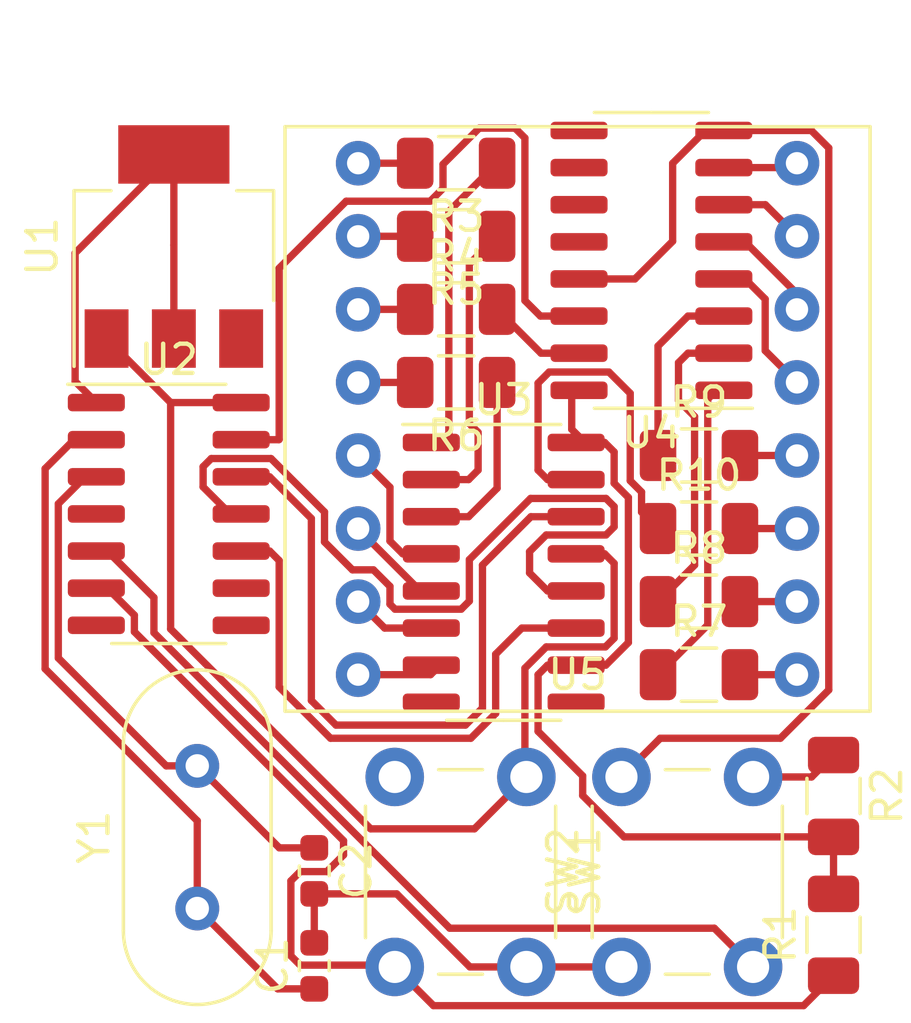
<source format=kicad_pcb>
(kicad_pcb (version 20171130) (host pcbnew 5.1.6)

  (general
    (thickness 1.6)
    (drawings 0)
    (tracks 217)
    (zones 0)
    (modules 20)
    (nets 42)
  )

  (page A4)
  (layers
    (0 F.Cu signal)
    (31 B.Cu signal)
    (32 B.Adhes user)
    (33 F.Adhes user)
    (34 B.Paste user)
    (35 F.Paste user)
    (36 B.SilkS user)
    (37 F.SilkS user)
    (38 B.Mask user)
    (39 F.Mask user)
    (40 Dwgs.User user)
    (41 Cmts.User user)
    (42 Eco1.User user)
    (43 Eco2.User user)
    (44 Edge.Cuts user)
    (45 Margin user)
    (46 B.CrtYd user)
    (47 F.CrtYd user)
    (48 B.Fab user)
    (49 F.Fab user)
  )

  (setup
    (last_trace_width 0.25)
    (trace_clearance 0.2)
    (zone_clearance 0.508)
    (zone_45_only no)
    (trace_min 0.2)
    (via_size 0.8)
    (via_drill 0.4)
    (via_min_size 0.4)
    (via_min_drill 0.3)
    (uvia_size 0.3)
    (uvia_drill 0.1)
    (uvias_allowed no)
    (uvia_min_size 0.2)
    (uvia_min_drill 0.1)
    (edge_width 0.05)
    (segment_width 0.2)
    (pcb_text_width 0.3)
    (pcb_text_size 1.5 1.5)
    (mod_edge_width 0.12)
    (mod_text_size 1 1)
    (mod_text_width 0.15)
    (pad_size 1.524 1.524)
    (pad_drill 0.762)
    (pad_to_mask_clearance 0.05)
    (aux_axis_origin 0 0)
    (visible_elements FFFFFF7F)
    (pcbplotparams
      (layerselection 0x010fc_ffffffff)
      (usegerberextensions false)
      (usegerberattributes true)
      (usegerberadvancedattributes true)
      (creategerberjobfile true)
      (excludeedgelayer true)
      (linewidth 0.100000)
      (plotframeref false)
      (viasonmask false)
      (mode 1)
      (useauxorigin false)
      (hpglpennumber 1)
      (hpglpenspeed 20)
      (hpglpendiameter 15.000000)
      (psnegative false)
      (psa4output false)
      (plotreference true)
      (plotvalue true)
      (plotinvisibletext false)
      (padsonsilk false)
      (subtractmaskfromsilk false)
      (outputformat 1)
      (mirror false)
      (drillshape 1)
      (scaleselection 1)
      (outputdirectory ""))
  )

  (net 0 "")
  (net 1 "Net-(R1-Pad2)")
  (net 2 VCC)
  (net 3 GND)
  (net 4 "Net-(C1-Pad1)")
  (net 5 "Net-(C2-Pad1)")
  (net 6 "Net-(U2-Pad4)")
  (net 7 "Net-(R2-Pad1)")
  (net 8 "Net-(R1-Pad1)")
  (net 9 "Net-(U2-Pad7)")
  (net 10 "Net-(U2-Pad8)")
  (net 11 "Net-(U2-Pad9)")
  (net 12 "Net-(U2-Pad10)")
  (net 13 "Net-(U2-Pad11)")
  (net 14 "Net-(U2-Pad12)")
  (net 15 "Net-(U2-Pad13)")
  (net 16 "Net-(R3-Pad1)")
  (net 17 "Net-(R3-Pad2)")
  (net 18 "Net-(R4-Pad2)")
  (net 19 "Net-(R4-Pad1)")
  (net 20 "Net-(R5-Pad1)")
  (net 21 "Net-(R5-Pad2)")
  (net 22 "Net-(R6-Pad1)")
  (net 23 "Net-(R6-Pad2)")
  (net 24 "Net-(R7-Pad2)")
  (net 25 "Net-(R7-Pad1)")
  (net 26 "Net-(R8-Pad1)")
  (net 27 "Net-(R8-Pad2)")
  (net 28 "Net-(R9-Pad2)")
  (net 29 "Net-(R9-Pad1)")
  (net 30 "Net-(R10-Pad1)")
  (net 31 "Net-(R10-Pad2)")
  (net 32 "Net-(U3-Pad4)")
  (net 33 "Net-(U3-Pad5)")
  (net 34 "Net-(U3-Pad6)")
  (net 35 "Net-(U3-Pad7)")
  (net 36 "Net-(U3-Pad9)")
  (net 37 "Net-(U4-Pad9)")
  (net 38 "Net-(U4-Pad7)")
  (net 39 "Net-(U4-Pad6)")
  (net 40 "Net-(U4-Pad5)")
  (net 41 "Net-(U4-Pad4)")

  (net_class Default "This is the default net class."
    (clearance 0.2)
    (trace_width 0.25)
    (via_dia 0.8)
    (via_drill 0.4)
    (uvia_dia 0.3)
    (uvia_drill 0.1)
    (add_net GND)
    (add_net "Net-(C1-Pad1)")
    (add_net "Net-(C2-Pad1)")
    (add_net "Net-(R1-Pad1)")
    (add_net "Net-(R1-Pad2)")
    (add_net "Net-(R10-Pad1)")
    (add_net "Net-(R10-Pad2)")
    (add_net "Net-(R2-Pad1)")
    (add_net "Net-(R3-Pad1)")
    (add_net "Net-(R3-Pad2)")
    (add_net "Net-(R4-Pad1)")
    (add_net "Net-(R4-Pad2)")
    (add_net "Net-(R5-Pad1)")
    (add_net "Net-(R5-Pad2)")
    (add_net "Net-(R6-Pad1)")
    (add_net "Net-(R6-Pad2)")
    (add_net "Net-(R7-Pad1)")
    (add_net "Net-(R7-Pad2)")
    (add_net "Net-(R8-Pad1)")
    (add_net "Net-(R8-Pad2)")
    (add_net "Net-(R9-Pad1)")
    (add_net "Net-(R9-Pad2)")
    (add_net "Net-(U2-Pad10)")
    (add_net "Net-(U2-Pad11)")
    (add_net "Net-(U2-Pad12)")
    (add_net "Net-(U2-Pad13)")
    (add_net "Net-(U2-Pad4)")
    (add_net "Net-(U2-Pad7)")
    (add_net "Net-(U2-Pad8)")
    (add_net "Net-(U2-Pad9)")
    (add_net "Net-(U3-Pad4)")
    (add_net "Net-(U3-Pad5)")
    (add_net "Net-(U3-Pad6)")
    (add_net "Net-(U3-Pad7)")
    (add_net "Net-(U3-Pad9)")
    (add_net "Net-(U4-Pad4)")
    (add_net "Net-(U4-Pad5)")
    (add_net "Net-(U4-Pad6)")
    (add_net "Net-(U4-Pad7)")
    (add_net "Net-(U4-Pad9)")
    (add_net VCC)
  )

  (module Button_Switch_THT:SW_PUSH_6mm (layer F.Cu) (tedit 5A02FE31) (tstamp 5EF9DAF6)
    (at 162 68 90)
    (descr https://www.omron.com/ecb/products/pdf/en-b3f.pdf)
    (tags "tact sw push 6mm")
    (path /5F00AA53)
    (fp_text reference SW2 (at 3.25 -2 90) (layer F.SilkS)
      (effects (font (size 1 1) (thickness 0.15)))
    )
    (fp_text value "Button B" (at 3.75 6.7 90) (layer F.Fab)
      (effects (font (size 1 1) (thickness 0.15)))
    )
    (fp_text user %R (at 3.25 2.25 90) (layer F.Fab)
      (effects (font (size 1 1) (thickness 0.15)))
    )
    (fp_line (start 3.25 -0.75) (end 6.25 -0.75) (layer F.Fab) (width 0.1))
    (fp_line (start 6.25 -0.75) (end 6.25 5.25) (layer F.Fab) (width 0.1))
    (fp_line (start 6.25 5.25) (end 0.25 5.25) (layer F.Fab) (width 0.1))
    (fp_line (start 0.25 5.25) (end 0.25 -0.75) (layer F.Fab) (width 0.1))
    (fp_line (start 0.25 -0.75) (end 3.25 -0.75) (layer F.Fab) (width 0.1))
    (fp_line (start 7.75 6) (end 8 6) (layer F.CrtYd) (width 0.05))
    (fp_line (start 8 6) (end 8 5.75) (layer F.CrtYd) (width 0.05))
    (fp_line (start 7.75 -1.5) (end 8 -1.5) (layer F.CrtYd) (width 0.05))
    (fp_line (start 8 -1.5) (end 8 -1.25) (layer F.CrtYd) (width 0.05))
    (fp_line (start -1.5 -1.25) (end -1.5 -1.5) (layer F.CrtYd) (width 0.05))
    (fp_line (start -1.5 -1.5) (end -1.25 -1.5) (layer F.CrtYd) (width 0.05))
    (fp_line (start -1.5 5.75) (end -1.5 6) (layer F.CrtYd) (width 0.05))
    (fp_line (start -1.5 6) (end -1.25 6) (layer F.CrtYd) (width 0.05))
    (fp_line (start -1.25 -1.5) (end 7.75 -1.5) (layer F.CrtYd) (width 0.05))
    (fp_line (start -1.5 5.75) (end -1.5 -1.25) (layer F.CrtYd) (width 0.05))
    (fp_line (start 7.75 6) (end -1.25 6) (layer F.CrtYd) (width 0.05))
    (fp_line (start 8 -1.25) (end 8 5.75) (layer F.CrtYd) (width 0.05))
    (fp_line (start 1 5.5) (end 5.5 5.5) (layer F.SilkS) (width 0.12))
    (fp_line (start -0.25 1.5) (end -0.25 3) (layer F.SilkS) (width 0.12))
    (fp_line (start 5.5 -1) (end 1 -1) (layer F.SilkS) (width 0.12))
    (fp_line (start 6.75 3) (end 6.75 1.5) (layer F.SilkS) (width 0.12))
    (fp_circle (center 3.25 2.25) (end 1.25 2.5) (layer F.Fab) (width 0.1))
    (pad 1 thru_hole circle (at 6.5 0 180) (size 2 2) (drill 1.1) (layers *.Cu *.Mask)
      (net 3 GND))
    (pad 2 thru_hole circle (at 6.5 4.5 180) (size 2 2) (drill 1.1) (layers *.Cu *.Mask)
      (net 7 "Net-(R2-Pad1)"))
    (pad 1 thru_hole circle (at 0 0 180) (size 2 2) (drill 1.1) (layers *.Cu *.Mask)
      (net 3 GND))
    (pad 2 thru_hole circle (at 0 4.5 180) (size 2 2) (drill 1.1) (layers *.Cu *.Mask)
      (net 7 "Net-(R2-Pad1)"))
    (model ${KISYS3DMOD}/Button_Switch_THT.3dshapes/SW_PUSH_6mm.wrl
      (at (xyz 0 0 0))
      (scale (xyz 1 1 1))
      (rotate (xyz 0 0 0))
    )
  )

  (module Button_Switch_THT:SW_PUSH_6mm (layer F.Cu) (tedit 5A02FE31) (tstamp 5EF9DCBA)
    (at 158.75 61.5 270)
    (descr https://www.omron.com/ecb/products/pdf/en-b3f.pdf)
    (tags "tact sw push 6mm")
    (path /5F00CE92)
    (fp_text reference SW1 (at 3.25 -2 90) (layer F.SilkS)
      (effects (font (size 1 1) (thickness 0.15)))
    )
    (fp_text value "Button A" (at 3.75 6.7 90) (layer F.Fab)
      (effects (font (size 1 1) (thickness 0.15)))
    )
    (fp_circle (center 3.25 2.25) (end 1.25 2.5) (layer F.Fab) (width 0.1))
    (fp_line (start 6.75 3) (end 6.75 1.5) (layer F.SilkS) (width 0.12))
    (fp_line (start 5.5 -1) (end 1 -1) (layer F.SilkS) (width 0.12))
    (fp_line (start -0.25 1.5) (end -0.25 3) (layer F.SilkS) (width 0.12))
    (fp_line (start 1 5.5) (end 5.5 5.5) (layer F.SilkS) (width 0.12))
    (fp_line (start 8 -1.25) (end 8 5.75) (layer F.CrtYd) (width 0.05))
    (fp_line (start 7.75 6) (end -1.25 6) (layer F.CrtYd) (width 0.05))
    (fp_line (start -1.5 5.75) (end -1.5 -1.25) (layer F.CrtYd) (width 0.05))
    (fp_line (start -1.25 -1.5) (end 7.75 -1.5) (layer F.CrtYd) (width 0.05))
    (fp_line (start -1.5 6) (end -1.25 6) (layer F.CrtYd) (width 0.05))
    (fp_line (start -1.5 5.75) (end -1.5 6) (layer F.CrtYd) (width 0.05))
    (fp_line (start -1.5 -1.5) (end -1.25 -1.5) (layer F.CrtYd) (width 0.05))
    (fp_line (start -1.5 -1.25) (end -1.5 -1.5) (layer F.CrtYd) (width 0.05))
    (fp_line (start 8 -1.5) (end 8 -1.25) (layer F.CrtYd) (width 0.05))
    (fp_line (start 7.75 -1.5) (end 8 -1.5) (layer F.CrtYd) (width 0.05))
    (fp_line (start 8 6) (end 8 5.75) (layer F.CrtYd) (width 0.05))
    (fp_line (start 7.75 6) (end 8 6) (layer F.CrtYd) (width 0.05))
    (fp_line (start 0.25 -0.75) (end 3.25 -0.75) (layer F.Fab) (width 0.1))
    (fp_line (start 0.25 5.25) (end 0.25 -0.75) (layer F.Fab) (width 0.1))
    (fp_line (start 6.25 5.25) (end 0.25 5.25) (layer F.Fab) (width 0.1))
    (fp_line (start 6.25 -0.75) (end 6.25 5.25) (layer F.Fab) (width 0.1))
    (fp_line (start 3.25 -0.75) (end 6.25 -0.75) (layer F.Fab) (width 0.1))
    (fp_text user %R (at 3.25 2.25 90) (layer F.Fab)
      (effects (font (size 1 1) (thickness 0.15)))
    )
    (pad 2 thru_hole circle (at 0 4.5) (size 2 2) (drill 1.1) (layers *.Cu *.Mask)
      (net 8 "Net-(R1-Pad1)"))
    (pad 1 thru_hole circle (at 0 0) (size 2 2) (drill 1.1) (layers *.Cu *.Mask)
      (net 3 GND))
    (pad 2 thru_hole circle (at 6.5 4.5) (size 2 2) (drill 1.1) (layers *.Cu *.Mask)
      (net 8 "Net-(R1-Pad1)"))
    (pad 1 thru_hole circle (at 6.5 0) (size 2 2) (drill 1.1) (layers *.Cu *.Mask)
      (net 3 GND))
    (model ${KISYS3DMOD}/Button_Switch_THT.3dshapes/SW_PUSH_6mm.wrl
      (at (xyz 0 0 0))
      (scale (xyz 1 1 1))
      (rotate (xyz 0 0 0))
    )
  )

  (module Capacitor_SMD:C_0603_1608Metric (layer F.Cu) (tedit 5B301BBE) (tstamp 5EF9E5ED)
    (at 151.5 67.9625 90)
    (descr "Capacitor SMD 0603 (1608 Metric), square (rectangular) end terminal, IPC_7351 nominal, (Body size source: http://www.tortai-tech.com/upload/download/2011102023233369053.pdf), generated with kicad-footprint-generator")
    (tags capacitor)
    (path /5EF1E692)
    (attr smd)
    (fp_text reference C1 (at 0 -1.43 90) (layer F.SilkS)
      (effects (font (size 1 1) (thickness 0.15)))
    )
    (fp_text value 18pF (at 0 1.43 90) (layer F.Fab)
      (effects (font (size 1 1) (thickness 0.15)))
    )
    (fp_line (start 1.48 0.73) (end -1.48 0.73) (layer F.CrtYd) (width 0.05))
    (fp_line (start 1.48 -0.73) (end 1.48 0.73) (layer F.CrtYd) (width 0.05))
    (fp_line (start -1.48 -0.73) (end 1.48 -0.73) (layer F.CrtYd) (width 0.05))
    (fp_line (start -1.48 0.73) (end -1.48 -0.73) (layer F.CrtYd) (width 0.05))
    (fp_line (start -0.162779 0.51) (end 0.162779 0.51) (layer F.SilkS) (width 0.12))
    (fp_line (start -0.162779 -0.51) (end 0.162779 -0.51) (layer F.SilkS) (width 0.12))
    (fp_line (start 0.8 0.4) (end -0.8 0.4) (layer F.Fab) (width 0.1))
    (fp_line (start 0.8 -0.4) (end 0.8 0.4) (layer F.Fab) (width 0.1))
    (fp_line (start -0.8 -0.4) (end 0.8 -0.4) (layer F.Fab) (width 0.1))
    (fp_line (start -0.8 0.4) (end -0.8 -0.4) (layer F.Fab) (width 0.1))
    (fp_text user %R (at 0 0 90) (layer F.Fab)
      (effects (font (size 0.4 0.4) (thickness 0.06)))
    )
    (pad 1 smd roundrect (at -0.7875 0 90) (size 0.875 0.95) (layers F.Cu F.Paste F.Mask) (roundrect_rratio 0.25)
      (net 4 "Net-(C1-Pad1)"))
    (pad 2 smd roundrect (at 0.7875 0 90) (size 0.875 0.95) (layers F.Cu F.Paste F.Mask) (roundrect_rratio 0.25)
      (net 3 GND))
    (model ${KISYS3DMOD}/Capacitor_SMD.3dshapes/C_0603_1608Metric.wrl
      (at (xyz 0 0 0))
      (scale (xyz 1 1 1))
      (rotate (xyz 0 0 0))
    )
  )

  (module Capacitor_SMD:C_0603_1608Metric (layer F.Cu) (tedit 5B301BBE) (tstamp 5EF9E8C4)
    (at 151.5 64.7125 270)
    (descr "Capacitor SMD 0603 (1608 Metric), square (rectangular) end terminal, IPC_7351 nominal, (Body size source: http://www.tortai-tech.com/upload/download/2011102023233369053.pdf), generated with kicad-footprint-generator")
    (tags capacitor)
    (path /5EF1EB9C)
    (attr smd)
    (fp_text reference C2 (at 0 -1.43 90) (layer F.SilkS)
      (effects (font (size 1 1) (thickness 0.15)))
    )
    (fp_text value 18pF (at 0 1.43 90) (layer F.Fab)
      (effects (font (size 1 1) (thickness 0.15)))
    )
    (fp_text user %R (at 0 0 90) (layer F.Fab)
      (effects (font (size 0.4 0.4) (thickness 0.06)))
    )
    (fp_line (start -0.8 0.4) (end -0.8 -0.4) (layer F.Fab) (width 0.1))
    (fp_line (start -0.8 -0.4) (end 0.8 -0.4) (layer F.Fab) (width 0.1))
    (fp_line (start 0.8 -0.4) (end 0.8 0.4) (layer F.Fab) (width 0.1))
    (fp_line (start 0.8 0.4) (end -0.8 0.4) (layer F.Fab) (width 0.1))
    (fp_line (start -0.162779 -0.51) (end 0.162779 -0.51) (layer F.SilkS) (width 0.12))
    (fp_line (start -0.162779 0.51) (end 0.162779 0.51) (layer F.SilkS) (width 0.12))
    (fp_line (start -1.48 0.73) (end -1.48 -0.73) (layer F.CrtYd) (width 0.05))
    (fp_line (start -1.48 -0.73) (end 1.48 -0.73) (layer F.CrtYd) (width 0.05))
    (fp_line (start 1.48 -0.73) (end 1.48 0.73) (layer F.CrtYd) (width 0.05))
    (fp_line (start 1.48 0.73) (end -1.48 0.73) (layer F.CrtYd) (width 0.05))
    (pad 2 smd roundrect (at 0.7875 0 270) (size 0.875 0.95) (layers F.Cu F.Paste F.Mask) (roundrect_rratio 0.25)
      (net 3 GND))
    (pad 1 smd roundrect (at -0.7875 0 270) (size 0.875 0.95) (layers F.Cu F.Paste F.Mask) (roundrect_rratio 0.25)
      (net 5 "Net-(C2-Pad1)"))
    (model ${KISYS3DMOD}/Capacitor_SMD.3dshapes/C_0603_1608Metric.wrl
      (at (xyz 0 0 0))
      (scale (xyz 1 1 1))
      (rotate (xyz 0 0 0))
    )
  )

  (module Resistor_SMD:R_1206_3216Metric (layer F.Cu) (tedit 5B301BBD) (tstamp 5EF9EE41)
    (at 169.25 66.9 90)
    (descr "Resistor SMD 1206 (3216 Metric), square (rectangular) end terminal, IPC_7351 nominal, (Body size source: http://www.tortai-tech.com/upload/download/2011102023233369053.pdf), generated with kicad-footprint-generator")
    (tags resistor)
    (path /5F0E1148)
    (attr smd)
    (fp_text reference R1 (at 0 -1.82 90) (layer F.SilkS)
      (effects (font (size 1 1) (thickness 0.15)))
    )
    (fp_text value 10K (at 0 1.82 90) (layer F.Fab)
      (effects (font (size 1 1) (thickness 0.15)))
    )
    (fp_line (start 2.28 1.12) (end -2.28 1.12) (layer F.CrtYd) (width 0.05))
    (fp_line (start 2.28 -1.12) (end 2.28 1.12) (layer F.CrtYd) (width 0.05))
    (fp_line (start -2.28 -1.12) (end 2.28 -1.12) (layer F.CrtYd) (width 0.05))
    (fp_line (start -2.28 1.12) (end -2.28 -1.12) (layer F.CrtYd) (width 0.05))
    (fp_line (start -0.602064 0.91) (end 0.602064 0.91) (layer F.SilkS) (width 0.12))
    (fp_line (start -0.602064 -0.91) (end 0.602064 -0.91) (layer F.SilkS) (width 0.12))
    (fp_line (start 1.6 0.8) (end -1.6 0.8) (layer F.Fab) (width 0.1))
    (fp_line (start 1.6 -0.8) (end 1.6 0.8) (layer F.Fab) (width 0.1))
    (fp_line (start -1.6 -0.8) (end 1.6 -0.8) (layer F.Fab) (width 0.1))
    (fp_line (start -1.6 0.8) (end -1.6 -0.8) (layer F.Fab) (width 0.1))
    (fp_text user %R (at 0 0) (layer F.Fab)
      (effects (font (size 0.8 0.8) (thickness 0.12)))
    )
    (pad 1 smd roundrect (at -1.4 0 90) (size 1.25 1.75) (layers F.Cu F.Paste F.Mask) (roundrect_rratio 0.2)
      (net 8 "Net-(R1-Pad1)"))
    (pad 2 smd roundrect (at 1.4 0 90) (size 1.25 1.75) (layers F.Cu F.Paste F.Mask) (roundrect_rratio 0.2)
      (net 1 "Net-(R1-Pad2)"))
    (model ${KISYS3DMOD}/Resistor_SMD.3dshapes/R_1206_3216Metric.wrl
      (at (xyz 0 0 0))
      (scale (xyz 1 1 1))
      (rotate (xyz 0 0 0))
    )
  )

  (module Resistor_SMD:R_1206_3216Metric (layer F.Cu) (tedit 5B301BBD) (tstamp 5EF98AFC)
    (at 169.25 62.15 270)
    (descr "Resistor SMD 1206 (3216 Metric), square (rectangular) end terminal, IPC_7351 nominal, (Body size source: http://www.tortai-tech.com/upload/download/2011102023233369053.pdf), generated with kicad-footprint-generator")
    (tags resistor)
    (path /5F122294)
    (attr smd)
    (fp_text reference R2 (at 0 -1.82 90) (layer F.SilkS)
      (effects (font (size 1 1) (thickness 0.15)))
    )
    (fp_text value 10K (at 0 1.82 90) (layer F.Fab)
      (effects (font (size 1 1) (thickness 0.15)))
    )
    (fp_text user %R (at 0 0 90) (layer F.Fab)
      (effects (font (size 0.8 0.8) (thickness 0.12)))
    )
    (fp_line (start -1.6 0.8) (end -1.6 -0.8) (layer F.Fab) (width 0.1))
    (fp_line (start -1.6 -0.8) (end 1.6 -0.8) (layer F.Fab) (width 0.1))
    (fp_line (start 1.6 -0.8) (end 1.6 0.8) (layer F.Fab) (width 0.1))
    (fp_line (start 1.6 0.8) (end -1.6 0.8) (layer F.Fab) (width 0.1))
    (fp_line (start -0.602064 -0.91) (end 0.602064 -0.91) (layer F.SilkS) (width 0.12))
    (fp_line (start -0.602064 0.91) (end 0.602064 0.91) (layer F.SilkS) (width 0.12))
    (fp_line (start -2.28 1.12) (end -2.28 -1.12) (layer F.CrtYd) (width 0.05))
    (fp_line (start -2.28 -1.12) (end 2.28 -1.12) (layer F.CrtYd) (width 0.05))
    (fp_line (start 2.28 -1.12) (end 2.28 1.12) (layer F.CrtYd) (width 0.05))
    (fp_line (start 2.28 1.12) (end -2.28 1.12) (layer F.CrtYd) (width 0.05))
    (pad 2 smd roundrect (at 1.4 0 270) (size 1.25 1.75) (layers F.Cu F.Paste F.Mask) (roundrect_rratio 0.2)
      (net 1 "Net-(R1-Pad2)"))
    (pad 1 smd roundrect (at -1.4 0 270) (size 1.25 1.75) (layers F.Cu F.Paste F.Mask) (roundrect_rratio 0.2)
      (net 7 "Net-(R2-Pad1)"))
    (model ${KISYS3DMOD}/Resistor_SMD.3dshapes/R_1206_3216Metric.wrl
      (at (xyz 0 0 0))
      (scale (xyz 1 1 1))
      (rotate (xyz 0 0 0))
    )
  )

  (module Resistor_SMD:R_1206_3216Metric (layer F.Cu) (tedit 5B301BBD) (tstamp 5EF98B0D)
    (at 156.35 40.5 180)
    (descr "Resistor SMD 1206 (3216 Metric), square (rectangular) end terminal, IPC_7351 nominal, (Body size source: http://www.tortai-tech.com/upload/download/2011102023233369053.pdf), generated with kicad-footprint-generator")
    (tags resistor)
    (path /5EF87E3C)
    (attr smd)
    (fp_text reference R3 (at 0 -1.82) (layer F.SilkS)
      (effects (font (size 1 1) (thickness 0.15)))
    )
    (fp_text value 470 (at 0 1.82) (layer F.Fab)
      (effects (font (size 1 1) (thickness 0.15)))
    )
    (fp_text user %R (at 0 0) (layer F.Fab)
      (effects (font (size 0.8 0.8) (thickness 0.12)))
    )
    (fp_line (start -1.6 0.8) (end -1.6 -0.8) (layer F.Fab) (width 0.1))
    (fp_line (start -1.6 -0.8) (end 1.6 -0.8) (layer F.Fab) (width 0.1))
    (fp_line (start 1.6 -0.8) (end 1.6 0.8) (layer F.Fab) (width 0.1))
    (fp_line (start 1.6 0.8) (end -1.6 0.8) (layer F.Fab) (width 0.1))
    (fp_line (start -0.602064 -0.91) (end 0.602064 -0.91) (layer F.SilkS) (width 0.12))
    (fp_line (start -0.602064 0.91) (end 0.602064 0.91) (layer F.SilkS) (width 0.12))
    (fp_line (start -2.28 1.12) (end -2.28 -1.12) (layer F.CrtYd) (width 0.05))
    (fp_line (start -2.28 -1.12) (end 2.28 -1.12) (layer F.CrtYd) (width 0.05))
    (fp_line (start 2.28 -1.12) (end 2.28 1.12) (layer F.CrtYd) (width 0.05))
    (fp_line (start 2.28 1.12) (end -2.28 1.12) (layer F.CrtYd) (width 0.05))
    (pad 2 smd roundrect (at 1.4 0 180) (size 1.25 1.75) (layers F.Cu F.Paste F.Mask) (roundrect_rratio 0.2)
      (net 17 "Net-(R3-Pad2)"))
    (pad 1 smd roundrect (at -1.4 0 180) (size 1.25 1.75) (layers F.Cu F.Paste F.Mask) (roundrect_rratio 0.2)
      (net 16 "Net-(R3-Pad1)"))
    (model ${KISYS3DMOD}/Resistor_SMD.3dshapes/R_1206_3216Metric.wrl
      (at (xyz 0 0 0))
      (scale (xyz 1 1 1))
      (rotate (xyz 0 0 0))
    )
  )

  (module Resistor_SMD:R_1206_3216Metric (layer F.Cu) (tedit 5B301BBD) (tstamp 5EF9955F)
    (at 156.35 45.5)
    (descr "Resistor SMD 1206 (3216 Metric), square (rectangular) end terminal, IPC_7351 nominal, (Body size source: http://www.tortai-tech.com/upload/download/2011102023233369053.pdf), generated with kicad-footprint-generator")
    (tags resistor)
    (path /5EF8A899)
    (attr smd)
    (fp_text reference R4 (at 0 -1.82) (layer F.SilkS)
      (effects (font (size 1 1) (thickness 0.15)))
    )
    (fp_text value 470 (at 0 1.82) (layer F.Fab)
      (effects (font (size 1 1) (thickness 0.15)))
    )
    (fp_line (start 2.28 1.12) (end -2.28 1.12) (layer F.CrtYd) (width 0.05))
    (fp_line (start 2.28 -1.12) (end 2.28 1.12) (layer F.CrtYd) (width 0.05))
    (fp_line (start -2.28 -1.12) (end 2.28 -1.12) (layer F.CrtYd) (width 0.05))
    (fp_line (start -2.28 1.12) (end -2.28 -1.12) (layer F.CrtYd) (width 0.05))
    (fp_line (start -0.602064 0.91) (end 0.602064 0.91) (layer F.SilkS) (width 0.12))
    (fp_line (start -0.602064 -0.91) (end 0.602064 -0.91) (layer F.SilkS) (width 0.12))
    (fp_line (start 1.6 0.8) (end -1.6 0.8) (layer F.Fab) (width 0.1))
    (fp_line (start 1.6 -0.8) (end 1.6 0.8) (layer F.Fab) (width 0.1))
    (fp_line (start -1.6 -0.8) (end 1.6 -0.8) (layer F.Fab) (width 0.1))
    (fp_line (start -1.6 0.8) (end -1.6 -0.8) (layer F.Fab) (width 0.1))
    (fp_text user %R (at 0 0) (layer F.Fab)
      (effects (font (size 0.8 0.8) (thickness 0.12)))
    )
    (pad 1 smd roundrect (at -1.4 0) (size 1.25 1.75) (layers F.Cu F.Paste F.Mask) (roundrect_rratio 0.2)
      (net 19 "Net-(R4-Pad1)"))
    (pad 2 smd roundrect (at 1.4 0) (size 1.25 1.75) (layers F.Cu F.Paste F.Mask) (roundrect_rratio 0.2)
      (net 18 "Net-(R4-Pad2)"))
    (model ${KISYS3DMOD}/Resistor_SMD.3dshapes/R_1206_3216Metric.wrl
      (at (xyz 0 0 0))
      (scale (xyz 1 1 1))
      (rotate (xyz 0 0 0))
    )
  )

  (module Resistor_SMD:R_1206_3216Metric (layer F.Cu) (tedit 5B301BBD) (tstamp 5EF9B990)
    (at 156.35 43 180)
    (descr "Resistor SMD 1206 (3216 Metric), square (rectangular) end terminal, IPC_7351 nominal, (Body size source: http://www.tortai-tech.com/upload/download/2011102023233369053.pdf), generated with kicad-footprint-generator")
    (tags resistor)
    (path /5EF89A2D)
    (attr smd)
    (fp_text reference R5 (at 0 -1.82) (layer F.SilkS)
      (effects (font (size 1 1) (thickness 0.15)))
    )
    (fp_text value 470 (at 0 1.82) (layer F.Fab)
      (effects (font (size 1 1) (thickness 0.15)))
    )
    (fp_line (start 2.28 1.12) (end -2.28 1.12) (layer F.CrtYd) (width 0.05))
    (fp_line (start 2.28 -1.12) (end 2.28 1.12) (layer F.CrtYd) (width 0.05))
    (fp_line (start -2.28 -1.12) (end 2.28 -1.12) (layer F.CrtYd) (width 0.05))
    (fp_line (start -2.28 1.12) (end -2.28 -1.12) (layer F.CrtYd) (width 0.05))
    (fp_line (start -0.602064 0.91) (end 0.602064 0.91) (layer F.SilkS) (width 0.12))
    (fp_line (start -0.602064 -0.91) (end 0.602064 -0.91) (layer F.SilkS) (width 0.12))
    (fp_line (start 1.6 0.8) (end -1.6 0.8) (layer F.Fab) (width 0.1))
    (fp_line (start 1.6 -0.8) (end 1.6 0.8) (layer F.Fab) (width 0.1))
    (fp_line (start -1.6 -0.8) (end 1.6 -0.8) (layer F.Fab) (width 0.1))
    (fp_line (start -1.6 0.8) (end -1.6 -0.8) (layer F.Fab) (width 0.1))
    (fp_text user %R (at 0 0) (layer F.Fab)
      (effects (font (size 0.8 0.8) (thickness 0.12)))
    )
    (pad 1 smd roundrect (at -1.4 0 180) (size 1.25 1.75) (layers F.Cu F.Paste F.Mask) (roundrect_rratio 0.2)
      (net 20 "Net-(R5-Pad1)"))
    (pad 2 smd roundrect (at 1.4 0 180) (size 1.25 1.75) (layers F.Cu F.Paste F.Mask) (roundrect_rratio 0.2)
      (net 21 "Net-(R5-Pad2)"))
    (model ${KISYS3DMOD}/Resistor_SMD.3dshapes/R_1206_3216Metric.wrl
      (at (xyz 0 0 0))
      (scale (xyz 1 1 1))
      (rotate (xyz 0 0 0))
    )
  )

  (module Resistor_SMD:R_1206_3216Metric (layer F.Cu) (tedit 5B301BBD) (tstamp 5EF9B8D8)
    (at 156.35 48 180)
    (descr "Resistor SMD 1206 (3216 Metric), square (rectangular) end terminal, IPC_7351 nominal, (Body size source: http://www.tortai-tech.com/upload/download/2011102023233369053.pdf), generated with kicad-footprint-generator")
    (tags resistor)
    (path /5EF8B77A)
    (attr smd)
    (fp_text reference R6 (at 0 -1.82) (layer F.SilkS)
      (effects (font (size 1 1) (thickness 0.15)))
    )
    (fp_text value 470 (at 0 1.82) (layer F.Fab)
      (effects (font (size 1 1) (thickness 0.15)))
    )
    (fp_text user %R (at 0 0) (layer F.Fab)
      (effects (font (size 0.8 0.8) (thickness 0.12)))
    )
    (fp_line (start -1.6 0.8) (end -1.6 -0.8) (layer F.Fab) (width 0.1))
    (fp_line (start -1.6 -0.8) (end 1.6 -0.8) (layer F.Fab) (width 0.1))
    (fp_line (start 1.6 -0.8) (end 1.6 0.8) (layer F.Fab) (width 0.1))
    (fp_line (start 1.6 0.8) (end -1.6 0.8) (layer F.Fab) (width 0.1))
    (fp_line (start -0.602064 -0.91) (end 0.602064 -0.91) (layer F.SilkS) (width 0.12))
    (fp_line (start -0.602064 0.91) (end 0.602064 0.91) (layer F.SilkS) (width 0.12))
    (fp_line (start -2.28 1.12) (end -2.28 -1.12) (layer F.CrtYd) (width 0.05))
    (fp_line (start -2.28 -1.12) (end 2.28 -1.12) (layer F.CrtYd) (width 0.05))
    (fp_line (start 2.28 -1.12) (end 2.28 1.12) (layer F.CrtYd) (width 0.05))
    (fp_line (start 2.28 1.12) (end -2.28 1.12) (layer F.CrtYd) (width 0.05))
    (pad 2 smd roundrect (at 1.4 0 180) (size 1.25 1.75) (layers F.Cu F.Paste F.Mask) (roundrect_rratio 0.2)
      (net 23 "Net-(R6-Pad2)"))
    (pad 1 smd roundrect (at -1.4 0 180) (size 1.25 1.75) (layers F.Cu F.Paste F.Mask) (roundrect_rratio 0.2)
      (net 22 "Net-(R6-Pad1)"))
    (model ${KISYS3DMOD}/Resistor_SMD.3dshapes/R_1206_3216Metric.wrl
      (at (xyz 0 0 0))
      (scale (xyz 1 1 1))
      (rotate (xyz 0 0 0))
    )
  )

  (module Resistor_SMD:R_1206_3216Metric (layer F.Cu) (tedit 5B301BBD) (tstamp 5EF9B5F1)
    (at 164.65 58)
    (descr "Resistor SMD 1206 (3216 Metric), square (rectangular) end terminal, IPC_7351 nominal, (Body size source: http://www.tortai-tech.com/upload/download/2011102023233369053.pdf), generated with kicad-footprint-generator")
    (tags resistor)
    (path /5EF8DF2A)
    (attr smd)
    (fp_text reference R7 (at 0 -1.82) (layer F.SilkS)
      (effects (font (size 1 1) (thickness 0.15)))
    )
    (fp_text value 470 (at 0 1.82) (layer F.Fab)
      (effects (font (size 1 1) (thickness 0.15)))
    )
    (fp_line (start 2.28 1.12) (end -2.28 1.12) (layer F.CrtYd) (width 0.05))
    (fp_line (start 2.28 -1.12) (end 2.28 1.12) (layer F.CrtYd) (width 0.05))
    (fp_line (start -2.28 -1.12) (end 2.28 -1.12) (layer F.CrtYd) (width 0.05))
    (fp_line (start -2.28 1.12) (end -2.28 -1.12) (layer F.CrtYd) (width 0.05))
    (fp_line (start -0.602064 0.91) (end 0.602064 0.91) (layer F.SilkS) (width 0.12))
    (fp_line (start -0.602064 -0.91) (end 0.602064 -0.91) (layer F.SilkS) (width 0.12))
    (fp_line (start 1.6 0.8) (end -1.6 0.8) (layer F.Fab) (width 0.1))
    (fp_line (start 1.6 -0.8) (end 1.6 0.8) (layer F.Fab) (width 0.1))
    (fp_line (start -1.6 -0.8) (end 1.6 -0.8) (layer F.Fab) (width 0.1))
    (fp_line (start -1.6 0.8) (end -1.6 -0.8) (layer F.Fab) (width 0.1))
    (fp_text user %R (at 0 0) (layer F.Fab)
      (effects (font (size 0.8 0.8) (thickness 0.12)))
    )
    (pad 1 smd roundrect (at -1.4 0) (size 1.25 1.75) (layers F.Cu F.Paste F.Mask) (roundrect_rratio 0.2)
      (net 25 "Net-(R7-Pad1)"))
    (pad 2 smd roundrect (at 1.4 0) (size 1.25 1.75) (layers F.Cu F.Paste F.Mask) (roundrect_rratio 0.2)
      (net 24 "Net-(R7-Pad2)"))
    (model ${KISYS3DMOD}/Resistor_SMD.3dshapes/R_1206_3216Metric.wrl
      (at (xyz 0 0 0))
      (scale (xyz 1 1 1))
      (rotate (xyz 0 0 0))
    )
  )

  (module Resistor_SMD:R_1206_3216Metric (layer F.Cu) (tedit 5B301BBD) (tstamp 5EF9B662)
    (at 164.65 55.5)
    (descr "Resistor SMD 1206 (3216 Metric), square (rectangular) end terminal, IPC_7351 nominal, (Body size source: http://www.tortai-tech.com/upload/download/2011102023233369053.pdf), generated with kicad-footprint-generator")
    (tags resistor)
    (path /5EF8FD5B)
    (attr smd)
    (fp_text reference R8 (at 0 -1.82) (layer F.SilkS)
      (effects (font (size 1 1) (thickness 0.15)))
    )
    (fp_text value 470 (at 0 1.82) (layer F.Fab)
      (effects (font (size 1 1) (thickness 0.15)))
    )
    (fp_line (start 2.28 1.12) (end -2.28 1.12) (layer F.CrtYd) (width 0.05))
    (fp_line (start 2.28 -1.12) (end 2.28 1.12) (layer F.CrtYd) (width 0.05))
    (fp_line (start -2.28 -1.12) (end 2.28 -1.12) (layer F.CrtYd) (width 0.05))
    (fp_line (start -2.28 1.12) (end -2.28 -1.12) (layer F.CrtYd) (width 0.05))
    (fp_line (start -0.602064 0.91) (end 0.602064 0.91) (layer F.SilkS) (width 0.12))
    (fp_line (start -0.602064 -0.91) (end 0.602064 -0.91) (layer F.SilkS) (width 0.12))
    (fp_line (start 1.6 0.8) (end -1.6 0.8) (layer F.Fab) (width 0.1))
    (fp_line (start 1.6 -0.8) (end 1.6 0.8) (layer F.Fab) (width 0.1))
    (fp_line (start -1.6 -0.8) (end 1.6 -0.8) (layer F.Fab) (width 0.1))
    (fp_line (start -1.6 0.8) (end -1.6 -0.8) (layer F.Fab) (width 0.1))
    (fp_text user %R (at 0 0) (layer F.Fab)
      (effects (font (size 0.8 0.8) (thickness 0.12)))
    )
    (pad 1 smd roundrect (at -1.4 0) (size 1.25 1.75) (layers F.Cu F.Paste F.Mask) (roundrect_rratio 0.2)
      (net 26 "Net-(R8-Pad1)"))
    (pad 2 smd roundrect (at 1.4 0) (size 1.25 1.75) (layers F.Cu F.Paste F.Mask) (roundrect_rratio 0.2)
      (net 27 "Net-(R8-Pad2)"))
    (model ${KISYS3DMOD}/Resistor_SMD.3dshapes/R_1206_3216Metric.wrl
      (at (xyz 0 0 0))
      (scale (xyz 1 1 1))
      (rotate (xyz 0 0 0))
    )
  )

  (module Resistor_SMD:R_1206_3216Metric (layer F.Cu) (tedit 5B301BBD) (tstamp 5EF9B3B1)
    (at 164.65 50.5)
    (descr "Resistor SMD 1206 (3216 Metric), square (rectangular) end terminal, IPC_7351 nominal, (Body size source: http://www.tortai-tech.com/upload/download/2011102023233369053.pdf), generated with kicad-footprint-generator")
    (tags resistor)
    (path /5EF8D078)
    (attr smd)
    (fp_text reference R9 (at 0 -1.82) (layer F.SilkS)
      (effects (font (size 1 1) (thickness 0.15)))
    )
    (fp_text value 470 (at 0 1.82) (layer F.Fab)
      (effects (font (size 1 1) (thickness 0.15)))
    )
    (fp_text user %R (at 0 0) (layer F.Fab)
      (effects (font (size 0.8 0.8) (thickness 0.12)))
    )
    (fp_line (start -1.6 0.8) (end -1.6 -0.8) (layer F.Fab) (width 0.1))
    (fp_line (start -1.6 -0.8) (end 1.6 -0.8) (layer F.Fab) (width 0.1))
    (fp_line (start 1.6 -0.8) (end 1.6 0.8) (layer F.Fab) (width 0.1))
    (fp_line (start 1.6 0.8) (end -1.6 0.8) (layer F.Fab) (width 0.1))
    (fp_line (start -0.602064 -0.91) (end 0.602064 -0.91) (layer F.SilkS) (width 0.12))
    (fp_line (start -0.602064 0.91) (end 0.602064 0.91) (layer F.SilkS) (width 0.12))
    (fp_line (start -2.28 1.12) (end -2.28 -1.12) (layer F.CrtYd) (width 0.05))
    (fp_line (start -2.28 -1.12) (end 2.28 -1.12) (layer F.CrtYd) (width 0.05))
    (fp_line (start 2.28 -1.12) (end 2.28 1.12) (layer F.CrtYd) (width 0.05))
    (fp_line (start 2.28 1.12) (end -2.28 1.12) (layer F.CrtYd) (width 0.05))
    (pad 2 smd roundrect (at 1.4 0) (size 1.25 1.75) (layers F.Cu F.Paste F.Mask) (roundrect_rratio 0.2)
      (net 28 "Net-(R9-Pad2)"))
    (pad 1 smd roundrect (at -1.4 0) (size 1.25 1.75) (layers F.Cu F.Paste F.Mask) (roundrect_rratio 0.2)
      (net 29 "Net-(R9-Pad1)"))
    (model ${KISYS3DMOD}/Resistor_SMD.3dshapes/R_1206_3216Metric.wrl
      (at (xyz 0 0 0))
      (scale (xyz 1 1 1))
      (rotate (xyz 0 0 0))
    )
  )

  (module Resistor_SMD:R_1206_3216Metric (layer F.Cu) (tedit 5B301BBD) (tstamp 5EF9B459)
    (at 164.65 53)
    (descr "Resistor SMD 1206 (3216 Metric), square (rectangular) end terminal, IPC_7351 nominal, (Body size source: http://www.tortai-tech.com/upload/download/2011102023233369053.pdf), generated with kicad-footprint-generator")
    (tags resistor)
    (path /5EF8EEE7)
    (attr smd)
    (fp_text reference R10 (at 0 -1.82) (layer F.SilkS)
      (effects (font (size 1 1) (thickness 0.15)))
    )
    (fp_text value 470 (at 0 1.82) (layer F.Fab)
      (effects (font (size 1 1) (thickness 0.15)))
    )
    (fp_text user %R (at 0 0) (layer F.Fab)
      (effects (font (size 0.8 0.8) (thickness 0.12)))
    )
    (fp_line (start -1.6 0.8) (end -1.6 -0.8) (layer F.Fab) (width 0.1))
    (fp_line (start -1.6 -0.8) (end 1.6 -0.8) (layer F.Fab) (width 0.1))
    (fp_line (start 1.6 -0.8) (end 1.6 0.8) (layer F.Fab) (width 0.1))
    (fp_line (start 1.6 0.8) (end -1.6 0.8) (layer F.Fab) (width 0.1))
    (fp_line (start -0.602064 -0.91) (end 0.602064 -0.91) (layer F.SilkS) (width 0.12))
    (fp_line (start -0.602064 0.91) (end 0.602064 0.91) (layer F.SilkS) (width 0.12))
    (fp_line (start -2.28 1.12) (end -2.28 -1.12) (layer F.CrtYd) (width 0.05))
    (fp_line (start -2.28 -1.12) (end 2.28 -1.12) (layer F.CrtYd) (width 0.05))
    (fp_line (start 2.28 -1.12) (end 2.28 1.12) (layer F.CrtYd) (width 0.05))
    (fp_line (start 2.28 1.12) (end -2.28 1.12) (layer F.CrtYd) (width 0.05))
    (pad 2 smd roundrect (at 1.4 0) (size 1.25 1.75) (layers F.Cu F.Paste F.Mask) (roundrect_rratio 0.2)
      (net 31 "Net-(R10-Pad2)"))
    (pad 1 smd roundrect (at -1.4 0) (size 1.25 1.75) (layers F.Cu F.Paste F.Mask) (roundrect_rratio 0.2)
      (net 30 "Net-(R10-Pad1)"))
    (model ${KISYS3DMOD}/Resistor_SMD.3dshapes/R_1206_3216Metric.wrl
      (at (xyz 0 0 0))
      (scale (xyz 1 1 1))
      (rotate (xyz 0 0 0))
    )
  )

  (module Package_TO_SOT_SMD:SOT-223-3_TabPin2 (layer F.Cu) (tedit 5A02FF57) (tstamp 5EF9A268)
    (at 146.7 43.35 90)
    (descr "module CMS SOT223 4 pins")
    (tags "CMS SOT")
    (path /5EF61304)
    (attr smd)
    (fp_text reference U1 (at 0 -4.5 90) (layer F.SilkS)
      (effects (font (size 1 1) (thickness 0.15)))
    )
    (fp_text value LD1117S33TR_SOT223 (at 0 4.5 90) (layer F.Fab)
      (effects (font (size 1 1) (thickness 0.15)))
    )
    (fp_line (start 1.85 -3.35) (end 1.85 3.35) (layer F.Fab) (width 0.1))
    (fp_line (start -1.85 3.35) (end 1.85 3.35) (layer F.Fab) (width 0.1))
    (fp_line (start -4.1 -3.41) (end 1.91 -3.41) (layer F.SilkS) (width 0.12))
    (fp_line (start -0.85 -3.35) (end 1.85 -3.35) (layer F.Fab) (width 0.1))
    (fp_line (start -1.85 3.41) (end 1.91 3.41) (layer F.SilkS) (width 0.12))
    (fp_line (start -1.85 -2.35) (end -1.85 3.35) (layer F.Fab) (width 0.1))
    (fp_line (start -1.85 -2.35) (end -0.85 -3.35) (layer F.Fab) (width 0.1))
    (fp_line (start -4.4 -3.6) (end -4.4 3.6) (layer F.CrtYd) (width 0.05))
    (fp_line (start -4.4 3.6) (end 4.4 3.6) (layer F.CrtYd) (width 0.05))
    (fp_line (start 4.4 3.6) (end 4.4 -3.6) (layer F.CrtYd) (width 0.05))
    (fp_line (start 4.4 -3.6) (end -4.4 -3.6) (layer F.CrtYd) (width 0.05))
    (fp_line (start 1.91 -3.41) (end 1.91 -2.15) (layer F.SilkS) (width 0.12))
    (fp_line (start 1.91 3.41) (end 1.91 2.15) (layer F.SilkS) (width 0.12))
    (fp_text user %R (at 0 0) (layer F.Fab)
      (effects (font (size 0.8 0.8) (thickness 0.12)))
    )
    (pad 2 smd rect (at 3.15 0 90) (size 2 3.8) (layers F.Cu F.Paste F.Mask)
      (net 1 "Net-(R1-Pad2)"))
    (pad 2 smd rect (at -3.15 0 90) (size 2 1.5) (layers F.Cu F.Paste F.Mask)
      (net 1 "Net-(R1-Pad2)"))
    (pad 3 smd rect (at -3.15 2.3 90) (size 2 1.5) (layers F.Cu F.Paste F.Mask)
      (net 2 VCC))
    (pad 1 smd rect (at -3.15 -2.3 90) (size 2 1.5) (layers F.Cu F.Paste F.Mask)
      (net 3 GND))
    (model ${KISYS3DMOD}/Package_TO_SOT_SMD.3dshapes/SOT-223.wrl
      (at (xyz 0 0 0))
      (scale (xyz 1 1 1))
      (rotate (xyz 0 0 0))
    )
  )

  (module Package_SO:SOIC-14_3.9x8.7mm_P1.27mm (layer F.Cu) (tedit 5D9F72B1) (tstamp 5EF9CF76)
    (at 146.525 52.5)
    (descr "SOIC, 14 Pin (JEDEC MS-012AB, https://www.analog.com/media/en/package-pcb-resources/package/pkg_pdf/soic_narrow-r/r_14.pdf), generated with kicad-footprint-generator ipc_gullwing_generator.py")
    (tags "SOIC SO")
    (path /5EF04F34)
    (attr smd)
    (fp_text reference U2 (at 0 -5.28) (layer F.SilkS)
      (effects (font (size 1 1) (thickness 0.15)))
    )
    (fp_text value ATtiny84A-SSU (at 0 5.28) (layer F.Fab)
      (effects (font (size 1 1) (thickness 0.15)))
    )
    (fp_line (start 3.7 -4.58) (end -3.7 -4.58) (layer F.CrtYd) (width 0.05))
    (fp_line (start 3.7 4.58) (end 3.7 -4.58) (layer F.CrtYd) (width 0.05))
    (fp_line (start -3.7 4.58) (end 3.7 4.58) (layer F.CrtYd) (width 0.05))
    (fp_line (start -3.7 -4.58) (end -3.7 4.58) (layer F.CrtYd) (width 0.05))
    (fp_line (start -1.95 -3.35) (end -0.975 -4.325) (layer F.Fab) (width 0.1))
    (fp_line (start -1.95 4.325) (end -1.95 -3.35) (layer F.Fab) (width 0.1))
    (fp_line (start 1.95 4.325) (end -1.95 4.325) (layer F.Fab) (width 0.1))
    (fp_line (start 1.95 -4.325) (end 1.95 4.325) (layer F.Fab) (width 0.1))
    (fp_line (start -0.975 -4.325) (end 1.95 -4.325) (layer F.Fab) (width 0.1))
    (fp_line (start 0 -4.435) (end -3.45 -4.435) (layer F.SilkS) (width 0.12))
    (fp_line (start 0 -4.435) (end 1.95 -4.435) (layer F.SilkS) (width 0.12))
    (fp_line (start 0 4.435) (end -1.95 4.435) (layer F.SilkS) (width 0.12))
    (fp_line (start 0 4.435) (end 1.95 4.435) (layer F.SilkS) (width 0.12))
    (fp_text user %R (at 0 0) (layer F.Fab)
      (effects (font (size 0.98 0.98) (thickness 0.15)))
    )
    (pad 1 smd roundrect (at -2.475 -3.81) (size 1.95 0.6) (layers F.Cu F.Paste F.Mask) (roundrect_rratio 0.25)
      (net 1 "Net-(R1-Pad2)"))
    (pad 2 smd roundrect (at -2.475 -2.54) (size 1.95 0.6) (layers F.Cu F.Paste F.Mask) (roundrect_rratio 0.25)
      (net 4 "Net-(C1-Pad1)"))
    (pad 3 smd roundrect (at -2.475 -1.27) (size 1.95 0.6) (layers F.Cu F.Paste F.Mask) (roundrect_rratio 0.25)
      (net 5 "Net-(C2-Pad1)"))
    (pad 4 smd roundrect (at -2.475 0) (size 1.95 0.6) (layers F.Cu F.Paste F.Mask) (roundrect_rratio 0.25)
      (net 6 "Net-(U2-Pad4)"))
    (pad 5 smd roundrect (at -2.475 1.27) (size 1.95 0.6) (layers F.Cu F.Paste F.Mask) (roundrect_rratio 0.25)
      (net 7 "Net-(R2-Pad1)"))
    (pad 6 smd roundrect (at -2.475 2.54) (size 1.95 0.6) (layers F.Cu F.Paste F.Mask) (roundrect_rratio 0.25)
      (net 8 "Net-(R1-Pad1)"))
    (pad 7 smd roundrect (at -2.475 3.81) (size 1.95 0.6) (layers F.Cu F.Paste F.Mask) (roundrect_rratio 0.25)
      (net 9 "Net-(U2-Pad7)"))
    (pad 8 smd roundrect (at 2.475 3.81) (size 1.95 0.6) (layers F.Cu F.Paste F.Mask) (roundrect_rratio 0.25)
      (net 10 "Net-(U2-Pad8)"))
    (pad 9 smd roundrect (at 2.475 2.54) (size 1.95 0.6) (layers F.Cu F.Paste F.Mask) (roundrect_rratio 0.25)
      (net 11 "Net-(U2-Pad9)"))
    (pad 10 smd roundrect (at 2.475 1.27) (size 1.95 0.6) (layers F.Cu F.Paste F.Mask) (roundrect_rratio 0.25)
      (net 12 "Net-(U2-Pad10)"))
    (pad 11 smd roundrect (at 2.475 0) (size 1.95 0.6) (layers F.Cu F.Paste F.Mask) (roundrect_rratio 0.25)
      (net 13 "Net-(U2-Pad11)"))
    (pad 12 smd roundrect (at 2.475 -1.27) (size 1.95 0.6) (layers F.Cu F.Paste F.Mask) (roundrect_rratio 0.25)
      (net 14 "Net-(U2-Pad12)"))
    (pad 13 smd roundrect (at 2.475 -2.54) (size 1.95 0.6) (layers F.Cu F.Paste F.Mask) (roundrect_rratio 0.25)
      (net 15 "Net-(U2-Pad13)"))
    (pad 14 smd roundrect (at 2.475 -3.81) (size 1.95 0.6) (layers F.Cu F.Paste F.Mask) (roundrect_rratio 0.25)
      (net 3 GND))
    (model ${KISYS3DMOD}/Package_SO.3dshapes/SOIC-14_3.9x8.7mm_P1.27mm.wrl
      (at (xyz 0 0 0))
      (scale (xyz 1 1 1))
      (rotate (xyz 0 0 0))
    )
  )

  (module Package_SO:SOIC-16_3.9x9.9mm_P1.27mm (layer F.Cu) (tedit 5D9F72B1) (tstamp 5EFA0D4B)
    (at 157.975 54.5)
    (descr "SOIC, 16 Pin (JEDEC MS-012AC, https://www.analog.com/media/en/package-pcb-resources/package/pkg_pdf/soic_narrow-r/r_16.pdf), generated with kicad-footprint-generator ipc_gullwing_generator.py")
    (tags "SOIC SO")
    (path /5EEFFFB6)
    (attr smd)
    (fp_text reference U3 (at 0 -5.9) (layer F.SilkS)
      (effects (font (size 1 1) (thickness 0.15)))
    )
    (fp_text value SN74HC595D (at 0 5.9) (layer F.Fab)
      (effects (font (size 1 1) (thickness 0.15)))
    )
    (fp_line (start 3.7 -5.2) (end -3.7 -5.2) (layer F.CrtYd) (width 0.05))
    (fp_line (start 3.7 5.2) (end 3.7 -5.2) (layer F.CrtYd) (width 0.05))
    (fp_line (start -3.7 5.2) (end 3.7 5.2) (layer F.CrtYd) (width 0.05))
    (fp_line (start -3.7 -5.2) (end -3.7 5.2) (layer F.CrtYd) (width 0.05))
    (fp_line (start -1.95 -3.975) (end -0.975 -4.95) (layer F.Fab) (width 0.1))
    (fp_line (start -1.95 4.95) (end -1.95 -3.975) (layer F.Fab) (width 0.1))
    (fp_line (start 1.95 4.95) (end -1.95 4.95) (layer F.Fab) (width 0.1))
    (fp_line (start 1.95 -4.95) (end 1.95 4.95) (layer F.Fab) (width 0.1))
    (fp_line (start -0.975 -4.95) (end 1.95 -4.95) (layer F.Fab) (width 0.1))
    (fp_line (start 0 -5.06) (end -3.45 -5.06) (layer F.SilkS) (width 0.12))
    (fp_line (start 0 -5.06) (end 1.95 -5.06) (layer F.SilkS) (width 0.12))
    (fp_line (start 0 5.06) (end -1.95 5.06) (layer F.SilkS) (width 0.12))
    (fp_line (start 0 5.06) (end 1.95 5.06) (layer F.SilkS) (width 0.12))
    (fp_text user %R (at 0 0) (layer F.Fab)
      (effects (font (size 0.98 0.98) (thickness 0.15)))
    )
    (pad 1 smd roundrect (at -2.475 -4.445) (size 1.95 0.6) (layers F.Cu F.Paste F.Mask) (roundrect_rratio 0.25)
      (net 16 "Net-(R3-Pad1)"))
    (pad 2 smd roundrect (at -2.475 -3.175) (size 1.95 0.6) (layers F.Cu F.Paste F.Mask) (roundrect_rratio 0.25)
      (net 20 "Net-(R5-Pad1)"))
    (pad 3 smd roundrect (at -2.475 -1.905) (size 1.95 0.6) (layers F.Cu F.Paste F.Mask) (roundrect_rratio 0.25)
      (net 22 "Net-(R6-Pad1)"))
    (pad 4 smd roundrect (at -2.475 -0.635) (size 1.95 0.6) (layers F.Cu F.Paste F.Mask) (roundrect_rratio 0.25)
      (net 32 "Net-(U3-Pad4)"))
    (pad 5 smd roundrect (at -2.475 0.635) (size 1.95 0.6) (layers F.Cu F.Paste F.Mask) (roundrect_rratio 0.25)
      (net 33 "Net-(U3-Pad5)"))
    (pad 6 smd roundrect (at -2.475 1.905) (size 1.95 0.6) (layers F.Cu F.Paste F.Mask) (roundrect_rratio 0.25)
      (net 34 "Net-(U3-Pad6)"))
    (pad 7 smd roundrect (at -2.475 3.175) (size 1.95 0.6) (layers F.Cu F.Paste F.Mask) (roundrect_rratio 0.25)
      (net 35 "Net-(U3-Pad7)"))
    (pad 8 smd roundrect (at -2.475 4.445) (size 1.95 0.6) (layers F.Cu F.Paste F.Mask) (roundrect_rratio 0.25)
      (net 3 GND))
    (pad 9 smd roundrect (at 2.475 4.445) (size 1.95 0.6) (layers F.Cu F.Paste F.Mask) (roundrect_rratio 0.25)
      (net 36 "Net-(U3-Pad9)"))
    (pad 10 smd roundrect (at 2.475 3.175) (size 1.95 0.6) (layers F.Cu F.Paste F.Mask) (roundrect_rratio 0.25)
      (net 1 "Net-(R1-Pad2)"))
    (pad 11 smd roundrect (at 2.475 1.905) (size 1.95 0.6) (layers F.Cu F.Paste F.Mask) (roundrect_rratio 0.25)
      (net 12 "Net-(U2-Pad10)"))
    (pad 12 smd roundrect (at 2.475 0.635) (size 1.95 0.6) (layers F.Cu F.Paste F.Mask) (roundrect_rratio 0.25)
      (net 13 "Net-(U2-Pad11)"))
    (pad 13 smd roundrect (at 2.475 -0.635) (size 1.95 0.6) (layers F.Cu F.Paste F.Mask) (roundrect_rratio 0.25)
      (net 3 GND))
    (pad 14 smd roundrect (at 2.475 -1.905) (size 1.95 0.6) (layers F.Cu F.Paste F.Mask) (roundrect_rratio 0.25)
      (net 14 "Net-(U2-Pad12)"))
    (pad 15 smd roundrect (at 2.475 -3.175) (size 1.95 0.6) (layers F.Cu F.Paste F.Mask) (roundrect_rratio 0.25)
      (net 30 "Net-(R10-Pad1)"))
    (pad 16 smd roundrect (at 2.475 -4.445) (size 1.95 0.6) (layers F.Cu F.Paste F.Mask) (roundrect_rratio 0.25)
      (net 1 "Net-(R1-Pad2)"))
    (model ${KISYS3DMOD}/Package_SO.3dshapes/SOIC-16_3.9x9.9mm_P1.27mm.wrl
      (at (xyz 0 0 0))
      (scale (xyz 1 1 1))
      (rotate (xyz 0 0 0))
    )
  )

  (module Package_SO:SOIC-16_3.9x9.9mm_P1.27mm (layer F.Cu) (tedit 5D9F72B1) (tstamp 5EF9C7A6)
    (at 163.025 43.825 180)
    (descr "SOIC, 16 Pin (JEDEC MS-012AC, https://www.analog.com/media/en/package-pcb-resources/package/pkg_pdf/soic_narrow-r/r_16.pdf), generated with kicad-footprint-generator ipc_gullwing_generator.py")
    (tags "SOIC SO")
    (path /5EF10331)
    (attr smd)
    (fp_text reference U4 (at 0 -5.9) (layer F.SilkS)
      (effects (font (size 1 1) (thickness 0.15)))
    )
    (fp_text value SN74HC595D (at 0 5.9) (layer F.Fab)
      (effects (font (size 1 1) (thickness 0.15)))
    )
    (fp_text user %R (at 0 0) (layer F.Fab)
      (effects (font (size 0.98 0.98) (thickness 0.15)))
    )
    (fp_line (start 0 5.06) (end 1.95 5.06) (layer F.SilkS) (width 0.12))
    (fp_line (start 0 5.06) (end -1.95 5.06) (layer F.SilkS) (width 0.12))
    (fp_line (start 0 -5.06) (end 1.95 -5.06) (layer F.SilkS) (width 0.12))
    (fp_line (start 0 -5.06) (end -3.45 -5.06) (layer F.SilkS) (width 0.12))
    (fp_line (start -0.975 -4.95) (end 1.95 -4.95) (layer F.Fab) (width 0.1))
    (fp_line (start 1.95 -4.95) (end 1.95 4.95) (layer F.Fab) (width 0.1))
    (fp_line (start 1.95 4.95) (end -1.95 4.95) (layer F.Fab) (width 0.1))
    (fp_line (start -1.95 4.95) (end -1.95 -3.975) (layer F.Fab) (width 0.1))
    (fp_line (start -1.95 -3.975) (end -0.975 -4.95) (layer F.Fab) (width 0.1))
    (fp_line (start -3.7 -5.2) (end -3.7 5.2) (layer F.CrtYd) (width 0.05))
    (fp_line (start -3.7 5.2) (end 3.7 5.2) (layer F.CrtYd) (width 0.05))
    (fp_line (start 3.7 5.2) (end 3.7 -5.2) (layer F.CrtYd) (width 0.05))
    (fp_line (start 3.7 -5.2) (end -3.7 -5.2) (layer F.CrtYd) (width 0.05))
    (pad 16 smd roundrect (at 2.475 -4.445 180) (size 1.95 0.6) (layers F.Cu F.Paste F.Mask) (roundrect_rratio 0.25)
      (net 1 "Net-(R1-Pad2)"))
    (pad 15 smd roundrect (at 2.475 -3.175 180) (size 1.95 0.6) (layers F.Cu F.Paste F.Mask) (roundrect_rratio 0.25)
      (net 18 "Net-(R4-Pad2)"))
    (pad 14 smd roundrect (at 2.475 -1.905 180) (size 1.95 0.6) (layers F.Cu F.Paste F.Mask) (roundrect_rratio 0.25)
      (net 15 "Net-(U2-Pad13)"))
    (pad 13 smd roundrect (at 2.475 -0.635 180) (size 1.95 0.6) (layers F.Cu F.Paste F.Mask) (roundrect_rratio 0.25)
      (net 3 GND))
    (pad 12 smd roundrect (at 2.475 0.635 180) (size 1.95 0.6) (layers F.Cu F.Paste F.Mask) (roundrect_rratio 0.25)
      (net 13 "Net-(U2-Pad11)"))
    (pad 11 smd roundrect (at 2.475 1.905 180) (size 1.95 0.6) (layers F.Cu F.Paste F.Mask) (roundrect_rratio 0.25)
      (net 12 "Net-(U2-Pad10)"))
    (pad 10 smd roundrect (at 2.475 3.175 180) (size 1.95 0.6) (layers F.Cu F.Paste F.Mask) (roundrect_rratio 0.25)
      (net 1 "Net-(R1-Pad2)"))
    (pad 9 smd roundrect (at 2.475 4.445 180) (size 1.95 0.6) (layers F.Cu F.Paste F.Mask) (roundrect_rratio 0.25)
      (net 37 "Net-(U4-Pad9)"))
    (pad 8 smd roundrect (at -2.475 4.445 180) (size 1.95 0.6) (layers F.Cu F.Paste F.Mask) (roundrect_rratio 0.25)
      (net 3 GND))
    (pad 7 smd roundrect (at -2.475 3.175 180) (size 1.95 0.6) (layers F.Cu F.Paste F.Mask) (roundrect_rratio 0.25)
      (net 38 "Net-(U4-Pad7)"))
    (pad 6 smd roundrect (at -2.475 1.905 180) (size 1.95 0.6) (layers F.Cu F.Paste F.Mask) (roundrect_rratio 0.25)
      (net 39 "Net-(U4-Pad6)"))
    (pad 5 smd roundrect (at -2.475 0.635 180) (size 1.95 0.6) (layers F.Cu F.Paste F.Mask) (roundrect_rratio 0.25)
      (net 40 "Net-(U4-Pad5)"))
    (pad 4 smd roundrect (at -2.475 -0.635 180) (size 1.95 0.6) (layers F.Cu F.Paste F.Mask) (roundrect_rratio 0.25)
      (net 41 "Net-(U4-Pad4)"))
    (pad 3 smd roundrect (at -2.475 -1.905 180) (size 1.95 0.6) (layers F.Cu F.Paste F.Mask) (roundrect_rratio 0.25)
      (net 29 "Net-(R9-Pad1)"))
    (pad 2 smd roundrect (at -2.475 -3.175 180) (size 1.95 0.6) (layers F.Cu F.Paste F.Mask) (roundrect_rratio 0.25)
      (net 26 "Net-(R8-Pad1)"))
    (pad 1 smd roundrect (at -2.475 -4.445 180) (size 1.95 0.6) (layers F.Cu F.Paste F.Mask) (roundrect_rratio 0.25)
      (net 25 "Net-(R7-Pad1)"))
    (model ${KISYS3DMOD}/Package_SO.3dshapes/SOIC-16_3.9x9.9mm_P1.27mm.wrl
      (at (xyz 0 0 0))
      (scale (xyz 1 1 1))
      (rotate (xyz 0 0 0))
    )
  )

  (module watch:KWM-20882CVB (layer F.Cu) (tedit 5EF5825D) (tstamp 5EF9C6DC)
    (at 153 40.5)
    (path /5EF38C2B)
    (fp_text reference U5 (at 7.5 17.5) (layer F.SilkS)
      (effects (font (size 1 1) (thickness 0.15)))
    )
    (fp_text value KWM-20882CVB (at 7.5 0) (layer F.Fab)
      (effects (font (size 1 1) (thickness 0.15)))
    )
    (fp_line (start 17.5 18.75) (end 17.5 -1.25) (layer F.SilkS) (width 0.12))
    (fp_line (start -2.5 18.75) (end 17.5 18.75) (layer F.SilkS) (width 0.12))
    (fp_line (start -2.5 -1.25) (end -2.5 18.75) (layer F.SilkS) (width 0.12))
    (fp_line (start 17.5 -1.25) (end -2.5 -1.25) (layer F.SilkS) (width 0.12))
    (pad 1 thru_hole circle (at 0 0) (size 1.524 1.524) (drill 0.762) (layers *.Cu *.Mask)
      (net 17 "Net-(R3-Pad2)"))
    (pad 2 thru_hole circle (at 0 2.5) (size 1.524 1.524) (drill 0.762) (layers *.Cu *.Mask)
      (net 21 "Net-(R5-Pad2)"))
    (pad 3 thru_hole circle (at 0 5) (size 1.524 1.524) (drill 0.762) (layers *.Cu *.Mask)
      (net 19 "Net-(R4-Pad1)"))
    (pad 4 thru_hole circle (at 0 7.5) (size 1.524 1.524) (drill 0.762) (layers *.Cu *.Mask)
      (net 23 "Net-(R6-Pad2)"))
    (pad 5 thru_hole circle (at 0 10) (size 1.524 1.524) (drill 0.762) (layers *.Cu *.Mask)
      (net 32 "Net-(U3-Pad4)"))
    (pad 6 thru_hole circle (at 0 12.5) (size 1.524 1.524) (drill 0.762) (layers *.Cu *.Mask)
      (net 33 "Net-(U3-Pad5)"))
    (pad 7 thru_hole circle (at 0 15) (size 1.524 1.524) (drill 0.762) (layers *.Cu *.Mask)
      (net 34 "Net-(U3-Pad6)"))
    (pad 8 thru_hole circle (at 0 17.5) (size 1.524 1.524) (drill 0.762) (layers *.Cu *.Mask)
      (net 35 "Net-(U3-Pad7)"))
    (pad 9 thru_hole circle (at 15 17.5) (size 1.524 1.524) (drill 0.762) (layers *.Cu *.Mask)
      (net 24 "Net-(R7-Pad2)"))
    (pad 10 thru_hole circle (at 15 15) (size 1.524 1.524) (drill 0.762) (layers *.Cu *.Mask)
      (net 27 "Net-(R8-Pad2)"))
    (pad 11 thru_hole circle (at 15 12.5) (size 1.524 1.524) (drill 0.762) (layers *.Cu *.Mask)
      (net 31 "Net-(R10-Pad2)"))
    (pad 12 thru_hole circle (at 15 10) (size 1.524 1.524) (drill 0.762) (layers *.Cu *.Mask)
      (net 28 "Net-(R9-Pad2)"))
    (pad 13 thru_hole circle (at 15 7.5) (size 1.524 1.524) (drill 0.762) (layers *.Cu *.Mask)
      (net 41 "Net-(U4-Pad4)"))
    (pad 14 thru_hole circle (at 15 5) (size 1.524 1.524) (drill 0.762) (layers *.Cu *.Mask)
      (net 40 "Net-(U4-Pad5)"))
    (pad 15 thru_hole circle (at 15 2.5) (size 1.524 1.524) (drill 0.762) (layers *.Cu *.Mask)
      (net 39 "Net-(U4-Pad6)"))
    (pad 16 thru_hole circle (at 15 0) (size 1.524 1.524) (drill 0.762) (layers *.Cu *.Mask)
      (net 38 "Net-(U4-Pad7)"))
  )

  (module Crystal:Crystal_HC49-4H_Vertical (layer F.Cu) (tedit 5A1AD3B7) (tstamp 5EF9E5B1)
    (at 147.5 66 90)
    (descr "Crystal THT HC-49-4H http://5hertz.com/pdfs/04404_D.pdf")
    (tags "THT crystalHC-49-4H")
    (path /5EF181C4)
    (fp_text reference Y1 (at 2.44 -3.525 90) (layer F.SilkS)
      (effects (font (size 1 1) (thickness 0.15)))
    )
    (fp_text value 4MHz (at 2.44 3.525 90) (layer F.Fab)
      (effects (font (size 1 1) (thickness 0.15)))
    )
    (fp_line (start 8.5 -2.8) (end -3.6 -2.8) (layer F.CrtYd) (width 0.05))
    (fp_line (start 8.5 2.8) (end 8.5 -2.8) (layer F.CrtYd) (width 0.05))
    (fp_line (start -3.6 2.8) (end 8.5 2.8) (layer F.CrtYd) (width 0.05))
    (fp_line (start -3.6 -2.8) (end -3.6 2.8) (layer F.CrtYd) (width 0.05))
    (fp_line (start -0.76 2.525) (end 5.64 2.525) (layer F.SilkS) (width 0.12))
    (fp_line (start -0.76 -2.525) (end 5.64 -2.525) (layer F.SilkS) (width 0.12))
    (fp_line (start -0.56 2) (end 5.44 2) (layer F.Fab) (width 0.1))
    (fp_line (start -0.56 -2) (end 5.44 -2) (layer F.Fab) (width 0.1))
    (fp_line (start -0.76 2.325) (end 5.64 2.325) (layer F.Fab) (width 0.1))
    (fp_line (start -0.76 -2.325) (end 5.64 -2.325) (layer F.Fab) (width 0.1))
    (fp_text user %R (at 2.44 0 90) (layer F.Fab)
      (effects (font (size 1 1) (thickness 0.15)))
    )
    (fp_arc (start -0.76 0) (end -0.76 -2.325) (angle -180) (layer F.Fab) (width 0.1))
    (fp_arc (start 5.64 0) (end 5.64 -2.325) (angle 180) (layer F.Fab) (width 0.1))
    (fp_arc (start -0.56 0) (end -0.56 -2) (angle -180) (layer F.Fab) (width 0.1))
    (fp_arc (start 5.44 0) (end 5.44 -2) (angle 180) (layer F.Fab) (width 0.1))
    (fp_arc (start -0.76 0) (end -0.76 -2.525) (angle -180) (layer F.SilkS) (width 0.12))
    (fp_arc (start 5.64 0) (end 5.64 -2.525) (angle 180) (layer F.SilkS) (width 0.12))
    (pad 1 thru_hole circle (at 0 0 90) (size 1.5 1.5) (drill 0.8) (layers *.Cu *.Mask)
      (net 4 "Net-(C1-Pad1)"))
    (pad 2 thru_hole circle (at 4.88 0 90) (size 1.5 1.5) (drill 0.8) (layers *.Cu *.Mask)
      (net 5 "Net-(C2-Pad1)"))
    (model ${KISYS3DMOD}/Crystal.3dshapes/Crystal_HC49-4H_Vertical.wrl
      (at (xyz 0 0 0))
      (scale (xyz 1 1 1))
      (rotate (xyz 0 0 0))
    )
  )

  (segment (start 160.3 49.605) (end 160.75 50.055) (width 0.25) (layer F.Cu) (net 1))
  (segment (start 160.3 48.27) (end 160.3 49.605) (width 0.25) (layer F.Cu) (net 1))
  (segment (start 169.25 65.5) (end 169.25 63.55) (width 0.25) (layer F.Cu) (net 1))
  (segment (start 146.7 43.3) (end 146.7 40.2) (width 0.25) (layer F.Cu) (net 1))
  (segment (start 146.7 46.5) (end 146.7 43.3) (width 0.25) (layer F.Cu) (net 1))
  (segment (start 143.324999 43.575001) (end 146.7 40.2) (width 0.25) (layer F.Cu) (net 1))
  (segment (start 143.324999 47.964999) (end 143.324999 43.575001) (width 0.25) (layer F.Cu) (net 1))
  (segment (start 144.05 48.69) (end 143.324999 47.964999) (width 0.25) (layer F.Cu) (net 1))
  (segment (start 162.088998 63.55) (end 169.25 63.55) (width 0.25) (layer F.Cu) (net 1))
  (segment (start 160.674999 62.136001) (end 162.088998 63.55) (width 0.25) (layer F.Cu) (net 1))
  (segment (start 159.14999 59.938988) (end 160.674999 61.463997) (width 0.25) (layer F.Cu) (net 1))
  (segment (start 160.674999 61.463997) (end 160.674999 62.136001) (width 0.25) (layer F.Cu) (net 1))
  (segment (start 159.14999 58.00001) (end 159.14999 59.938988) (width 0.25) (layer F.Cu) (net 1))
  (segment (start 159.475 57.675) (end 159.14999 58.00001) (width 0.25) (layer F.Cu) (net 1))
  (segment (start 160.45 57.675) (end 159.475 57.675) (width 0.25) (layer F.Cu) (net 1))
  (segment (start 162.2368 56.901378) (end 161.463178 57.675) (width 0.25) (layer F.Cu) (net 1))
  (segment (start 161.463178 57.675) (end 160.45 57.675) (width 0.25) (layer F.Cu) (net 1))
  (segment (start 162.2368 51.9364) (end 162.2368 56.901378) (width 0.25) (layer F.Cu) (net 1))
  (segment (start 161.75001 51.44961) (end 162.2368 51.9364) (width 0.25) (layer F.Cu) (net 1))
  (segment (start 161.75001 50.38001) (end 161.75001 51.44961) (width 0.25) (layer F.Cu) (net 1))
  (segment (start 161.425 50.055) (end 161.75001 50.38001) (width 0.25) (layer F.Cu) (net 1))
  (segment (start 160.45 50.055) (end 161.425 50.055) (width 0.25) (layer F.Cu) (net 1))
  (segment (start 146.59 48.69) (end 149 48.69) (width 0.25) (layer F.Cu) (net 3))
  (segment (start 144.4 46.5) (end 146.59 48.69) (width 0.25) (layer F.Cu) (net 3))
  (segment (start 158.75 68) (end 162 68) (width 0.25) (layer F.Cu) (net 3))
  (segment (start 163.325001 60.174999) (end 162 61.5) (width 0.25) (layer F.Cu) (net 3))
  (segment (start 167.433763 60.174999) (end 163.325001 60.174999) (width 0.25) (layer F.Cu) (net 3))
  (segment (start 169.087001 58.521761) (end 167.433763 60.174999) (width 0.25) (layer F.Cu) (net 3))
  (segment (start 169.087001 39.978239) (end 169.087001 58.521761) (width 0.25) (layer F.Cu) (net 3))
  (segment (start 168.488762 39.38) (end 169.087001 39.978239) (width 0.25) (layer F.Cu) (net 3))
  (segment (start 165.25 39.38) (end 168.488762 39.38) (width 0.25) (layer F.Cu) (net 3))
  (segment (start 156.974989 63.275011) (end 158.75 61.5) (width 0.25) (layer F.Cu) (net 3))
  (segment (start 153.427599 63.275011) (end 156.974989 63.275011) (width 0.25) (layer F.Cu) (net 3))
  (segment (start 146.59 56.437412) (end 153.427599 63.275011) (width 0.25) (layer F.Cu) (net 3))
  (segment (start 146.59 48.69) (end 146.59 56.437412) (width 0.25) (layer F.Cu) (net 3))
  (segment (start 160.3 44.46) (end 162.46 44.46) (width 0.25) (layer F.Cu) (net 3))
  (segment (start 162.46 44.46) (end 163.75 43.17) (width 0.25) (layer F.Cu) (net 3))
  (segment (start 164.873232 39.38) (end 165.25 39.38) (width 0.25) (layer F.Cu) (net 3))
  (segment (start 163.75 40.503232) (end 164.873232 39.38) (width 0.25) (layer F.Cu) (net 3))
  (segment (start 163.75 43.17) (end 163.75 40.503232) (width 0.25) (layer F.Cu) (net 3))
  (segment (start 151.5 67.175) (end 151.5 65.5) (width 0.25) (layer F.Cu) (net 3))
  (segment (start 156.818994 68) (end 158.75 68) (width 0.25) (layer F.Cu) (net 3))
  (segment (start 154.318994 65.5) (end 156.818994 68) (width 0.25) (layer F.Cu) (net 3))
  (segment (start 151.5 65.5) (end 154.318994 65.5) (width 0.25) (layer F.Cu) (net 3))
  (segment (start 158.699981 57.778251) (end 158.699981 61.449981) (width 0.25) (layer F.Cu) (net 3))
  (segment (start 159.428242 57.04999) (end 158.699981 57.778251) (width 0.25) (layer F.Cu) (net 3))
  (segment (start 161.451778 57.04999) (end 159.428242 57.04999) (width 0.25) (layer F.Cu) (net 3))
  (segment (start 158.699981 61.449981) (end 158.75 61.5) (width 0.25) (layer F.Cu) (net 3))
  (segment (start 161.75001 56.751758) (end 161.451778 57.04999) (width 0.25) (layer F.Cu) (net 3))
  (segment (start 161.75001 54.19001) (end 161.75001 56.751758) (width 0.25) (layer F.Cu) (net 3))
  (segment (start 161.425 53.865) (end 161.75001 54.19001) (width 0.25) (layer F.Cu) (net 3))
  (segment (start 160.45 53.865) (end 161.425 53.865) (width 0.25) (layer F.Cu) (net 3))
  (segment (start 151.5 68.75) (end 150.25 68.75) (width 0.25) (layer F.Cu) (net 4))
  (segment (start 150.25 68.75) (end 147.5 66) (width 0.25) (layer F.Cu) (net 4))
  (segment (start 147.5 66) (end 147.5 63) (width 0.25) (layer F.Cu) (net 4))
  (segment (start 143.29 49.96) (end 144.05 49.96) (width 0.25) (layer F.Cu) (net 4))
  (segment (start 142.29998 50.95002) (end 143.29 49.96) (width 0.25) (layer F.Cu) (net 4))
  (segment (start 142.29998 57.79998) (end 142.29998 50.95002) (width 0.25) (layer F.Cu) (net 4))
  (segment (start 147.5 63) (end 142.29998 57.79998) (width 0.25) (layer F.Cu) (net 4))
  (segment (start 142.74999 52.153242) (end 143.673232 51.23) (width 0.25) (layer F.Cu) (net 5))
  (segment (start 143.673232 51.23) (end 144.05 51.23) (width 0.25) (layer F.Cu) (net 5))
  (segment (start 142.74999 57.43065) (end 142.74999 52.153242) (width 0.25) (layer F.Cu) (net 5))
  (segment (start 146.43934 61.12) (end 142.74999 57.43065) (width 0.25) (layer F.Cu) (net 5))
  (segment (start 147.5 61.12) (end 146.43934 61.12) (width 0.25) (layer F.Cu) (net 5))
  (segment (start 150.305 63.925) (end 147.5 61.12) (width 0.25) (layer F.Cu) (net 5))
  (segment (start 151.5 63.925) (end 150.305 63.925) (width 0.25) (layer F.Cu) (net 5))
  (segment (start 168.5 61.5) (end 169.25 60.75) (width 0.25) (layer F.Cu) (net 7))
  (segment (start 166.5 61.5) (end 168.5 61.5) (width 0.25) (layer F.Cu) (net 7))
  (segment (start 144.05 53.77) (end 144.813232 53.77) (width 0.25) (layer F.Cu) (net 7))
  (segment (start 146.019004 55.362236) (end 146.019004 56.5636) (width 0.25) (layer F.Cu) (net 7))
  (segment (start 144.426768 53.77) (end 146.019004 55.362236) (width 0.25) (layer F.Cu) (net 7))
  (segment (start 144.05 53.77) (end 144.426768 53.77) (width 0.25) (layer F.Cu) (net 7))
  (segment (start 165.174999 66.674999) (end 166.5 68) (width 0.25) (layer F.Cu) (net 7))
  (segment (start 156.130403 66.674999) (end 165.174999 66.674999) (width 0.25) (layer F.Cu) (net 7))
  (segment (start 146.019004 56.5636) (end 156.130403 66.674999) (width 0.25) (layer F.Cu) (net 7))
  (segment (start 155.575001 69.325001) (end 154.25 68) (width 0.25) (layer F.Cu) (net 8))
  (segment (start 168.224999 69.325001) (end 155.575001 69.325001) (width 0.25) (layer F.Cu) (net 8))
  (segment (start 169.25 68.3) (end 168.224999 69.325001) (width 0.25) (layer F.Cu) (net 8))
  (segment (start 144.426768 55.04) (end 144.05 55.04) (width 0.25) (layer F.Cu) (net 8))
  (segment (start 145.35001 56.531016) (end 145.35001 55.963242) (width 0.25) (layer F.Cu) (net 8))
  (segment (start 152.5 63.681006) (end 145.35001 56.531016) (width 0.25) (layer F.Cu) (net 8))
  (segment (start 145.35001 55.963242) (end 144.426768 55.04) (width 0.25) (layer F.Cu) (net 8))
  (segment (start 151.931504 64.73749) (end 152.5 64.168994) (width 0.25) (layer F.Cu) (net 8))
  (segment (start 151.018516 64.73749) (end 151.931504 64.73749) (width 0.25) (layer F.Cu) (net 8))
  (segment (start 150.69999 65.056016) (end 151.018516 64.73749) (width 0.25) (layer F.Cu) (net 8))
  (segment (start 150.69999 67.618984) (end 150.69999 65.056016) (width 0.25) (layer F.Cu) (net 8))
  (segment (start 151.018516 67.93751) (end 150.69999 67.618984) (width 0.25) (layer F.Cu) (net 8))
  (segment (start 152.5 64.168994) (end 152.5 63.681006) (width 0.25) (layer F.Cu) (net 8))
  (segment (start 154.18751 67.93751) (end 151.018516 67.93751) (width 0.25) (layer F.Cu) (net 8))
  (segment (start 154.25 68) (end 154.18751 67.93751) (width 0.25) (layer F.Cu) (net 8))
  (segment (start 160.373232 56.405) (end 160.75 56.405) (width 0.25) (layer F.Cu) (net 12))
  (segment (start 160.45 56.405) (end 159.475 56.405) (width 0.25) (layer F.Cu) (net 12))
  (segment (start 150.30001 54.09501) (end 149.975 53.77) (width 0.25) (layer F.Cu) (net 12))
  (segment (start 150.30001 58.419606) (end 150.30001 54.09501) (width 0.25) (layer F.Cu) (net 12))
  (segment (start 152.055402 60.174998) (end 150.30001 58.419606) (width 0.25) (layer F.Cu) (net 12))
  (segment (start 156.853179 60.174999) (end 152.055402 60.174998) (width 0.25) (layer F.Cu) (net 12))
  (segment (start 157.700029 59.328149) (end 156.853179 60.174999) (width 0.25) (layer F.Cu) (net 12))
  (segment (start 149.975 53.77) (end 149 53.77) (width 0.25) (layer F.Cu) (net 12))
  (segment (start 157.70003 57.29997) (end 157.700029 59.328149) (width 0.25) (layer F.Cu) (net 12))
  (segment (start 158.595 56.405) (end 157.70003 57.29997) (width 0.25) (layer F.Cu) (net 12))
  (segment (start 160.45 56.405) (end 158.595 56.405) (width 0.25) (layer F.Cu) (net 12))
  (segment (start 160.373232 55.135) (end 160.75 55.135) (width 0.25) (layer F.Cu) (net 13))
  (segment (start 147.69999 50.883242) (end 147.69999 51.576758) (width 0.25) (layer F.Cu) (net 13))
  (segment (start 147.978242 50.60499) (end 147.69999 50.883242) (width 0.25) (layer F.Cu) (net 13))
  (segment (start 151.85003 52.433262) (end 150.021758 50.60499) (width 0.25) (layer F.Cu) (net 13))
  (segment (start 154.087001 54.978239) (end 153.521761 54.412999) (width 0.25) (layer F.Cu) (net 13))
  (segment (start 154.087001 55.587001) (end 154.087001 54.978239) (width 0.25) (layer F.Cu) (net 13))
  (segment (start 156.521758 55.76001) (end 154.26001 55.76001) (width 0.25) (layer F.Cu) (net 13))
  (segment (start 156.80001 55.481758) (end 156.521758 55.76001) (width 0.25) (layer F.Cu) (net 13))
  (segment (start 156.80001 54.06358) (end 156.80001 55.481758) (width 0.25) (layer F.Cu) (net 13))
  (segment (start 148.623232 52.5) (end 149 52.5) (width 0.25) (layer F.Cu) (net 13))
  (segment (start 150.021758 50.60499) (end 147.978242 50.60499) (width 0.25) (layer F.Cu) (net 13))
  (segment (start 161.471758 51.96999) (end 158.8936 51.96999) (width 0.25) (layer F.Cu) (net 13))
  (segment (start 158.8936 51.96999) (end 156.80001 54.06358) (width 0.25) (layer F.Cu) (net 13))
  (segment (start 161.75001 52.248242) (end 161.471758 51.96999) (width 0.25) (layer F.Cu) (net 13))
  (segment (start 161.75001 52.941758) (end 161.75001 52.248242) (width 0.25) (layer F.Cu) (net 13))
  (segment (start 161.471758 53.22001) (end 161.75001 52.941758) (width 0.25) (layer F.Cu) (net 13))
  (segment (start 159.428242 53.22001) (end 161.471758 53.22001) (width 0.25) (layer F.Cu) (net 13))
  (segment (start 147.69999 51.576758) (end 148.623232 52.5) (width 0.25) (layer F.Cu) (net 13))
  (segment (start 158.86 53.788252) (end 159.428242 53.22001) (width 0.25) (layer F.Cu) (net 13))
  (segment (start 158.86 54.52) (end 158.86 53.788252) (width 0.25) (layer F.Cu) (net 13))
  (segment (start 154.26001 55.76001) (end 154.087001 55.587001) (width 0.25) (layer F.Cu) (net 13))
  (segment (start 159.475 55.135) (end 158.86 54.52) (width 0.25) (layer F.Cu) (net 13))
  (segment (start 160.45 55.135) (end 159.475 55.135) (width 0.25) (layer F.Cu) (net 13))
  (segment (start 151.85003 53.458792) (end 152.804237 54.412999) (width 0.25) (layer F.Cu) (net 13))
  (segment (start 152.804237 54.412999) (end 153.521761 54.412999) (width 0.25) (layer F.Cu) (net 13))
  (segment (start 151.85003 52.433262) (end 151.85003 53.458792) (width 0.25) (layer F.Cu) (net 13))
  (segment (start 151.40002 52.65502) (end 149.975 51.23) (width 0.25) (layer F.Cu) (net 14))
  (segment (start 151.40002 58.883206) (end 151.40002 52.65502) (width 0.25) (layer F.Cu) (net 14))
  (segment (start 152.241803 59.724989) (end 151.40002 58.883206) (width 0.25) (layer F.Cu) (net 14))
  (segment (start 156.666779 59.724989) (end 152.241803 59.724989) (width 0.25) (layer F.Cu) (net 14))
  (segment (start 149.975 51.23) (end 149 51.23) (width 0.25) (layer F.Cu) (net 14))
  (segment (start 157.25002 59.141748) (end 156.666779 59.724989) (width 0.25) (layer F.Cu) (net 14))
  (segment (start 157.25002 54.24998) (end 157.25002 59.141748) (width 0.25) (layer F.Cu) (net 14))
  (segment (start 158.905 52.595) (end 157.25002 54.24998) (width 0.25) (layer F.Cu) (net 14))
  (segment (start 160.373232 52.595) (end 158.905 52.595) (width 0.25) (layer F.Cu) (net 14))
  (segment (start 160.55 45.73) (end 159.575 45.73) (width 0.25) (layer F.Cu) (net 15))
  (segment (start 150.30001 44.091228) (end 150.30001 49.94999) (width 0.25) (layer F.Cu) (net 15))
  (segment (start 150.29 49.96) (end 149 49.96) (width 0.25) (layer F.Cu) (net 15))
  (segment (start 155.4632 41.79999) (end 152.591248 41.79999) (width 0.25) (layer F.Cu) (net 15))
  (segment (start 155.90001 40.5368) (end 155.90001 41.36318) (width 0.25) (layer F.Cu) (net 15))
  (segment (start 152.591248 41.79999) (end 150.30001 44.091228) (width 0.25) (layer F.Cu) (net 15))
  (segment (start 158.36318 39.29999) (end 157.13682 39.29999) (width 0.25) (layer F.Cu) (net 15))
  (segment (start 158.70001 39.63682) (end 158.36318 39.29999) (width 0.25) (layer F.Cu) (net 15))
  (segment (start 158.70001 45.20001) (end 158.70001 39.63682) (width 0.25) (layer F.Cu) (net 15))
  (segment (start 155.90001 41.36318) (end 155.4632 41.79999) (width 0.25) (layer F.Cu) (net 15))
  (segment (start 157.13682 39.29999) (end 155.90001 40.5368) (width 0.25) (layer F.Cu) (net 15))
  (segment (start 159.23 45.73) (end 158.70001 45.20001) (width 0.25) (layer F.Cu) (net 15))
  (segment (start 150.30001 49.94999) (end 150.29 49.96) (width 0.25) (layer F.Cu) (net 15))
  (segment (start 160.55 45.73) (end 159.23 45.73) (width 0.25) (layer F.Cu) (net 15))
  (segment (start 156.1 49.755) (end 155.8 50.055) (width 0.25) (layer F.Cu) (net 16))
  (segment (start 156.1 42.15) (end 156.1 49.755) (width 0.25) (layer F.Cu) (net 16))
  (segment (start 157.75 40.5) (end 156.1 42.15) (width 0.25) (layer F.Cu) (net 16))
  (segment (start 154.95 40.5) (end 153 40.5) (width 0.25) (layer F.Cu) (net 17))
  (segment (start 159.25 47) (end 160.3 47) (width 0.25) (layer F.Cu) (net 18))
  (segment (start 157.75 45.5) (end 159.25 47) (width 0.25) (layer F.Cu) (net 18))
  (segment (start 153 45.5) (end 154.95 45.5) (width 0.25) (layer F.Cu) (net 19))
  (segment (start 157.10001 50.99999) (end 156.775 51.325) (width 0.25) (layer F.Cu) (net 20))
  (segment (start 156.775 51.325) (end 155.8 51.325) (width 0.25) (layer F.Cu) (net 20))
  (segment (start 156.79999 49.408222) (end 157.10001 49.708242) (width 0.25) (layer F.Cu) (net 20))
  (segment (start 156.79999 43.95001) (end 156.79999 49.408222) (width 0.25) (layer F.Cu) (net 20))
  (segment (start 157.10001 49.708242) (end 157.10001 50.99999) (width 0.25) (layer F.Cu) (net 20))
  (segment (start 157.75 43) (end 156.79999 43.95001) (width 0.25) (layer F.Cu) (net 20))
  (segment (start 153 43) (end 154.95 43) (width 0.25) (layer F.Cu) (net 21))
  (segment (start 157.75 51.62) (end 157.75 48) (width 0.25) (layer F.Cu) (net 22))
  (segment (start 156.775 52.595) (end 157.75 51.62) (width 0.25) (layer F.Cu) (net 22))
  (segment (start 155.8 52.595) (end 156.775 52.595) (width 0.25) (layer F.Cu) (net 22))
  (segment (start 153 48) (end 154.95 48) (width 0.25) (layer F.Cu) (net 23))
  (segment (start 166.05 58) (end 168 58) (width 0.25) (layer F.Cu) (net 24))
  (segment (start 164.95 48.57) (end 164.95 56.3) (width 0.25) (layer F.Cu) (net 25))
  (segment (start 164.95 56.3) (end 163.25 58) (width 0.25) (layer F.Cu) (net 25))
  (segment (start 165.25 48.27) (end 164.95 48.57) (width 0.25) (layer F.Cu) (net 25))
  (segment (start 164.49999 54.25001) (end 164.49999 49.166758) (width 0.25) (layer F.Cu) (net 26))
  (segment (start 163.25 55.5) (end 164.49999 54.25001) (width 0.25) (layer F.Cu) (net 26))
  (segment (start 164.49999 49.166758) (end 163.94999 48.616758) (width 0.25) (layer F.Cu) (net 26))
  (segment (start 163.94999 48.616758) (end 163.94999 47.32501) (width 0.25) (layer F.Cu) (net 26))
  (segment (start 164.275 47) (end 165.25 47) (width 0.25) (layer F.Cu) (net 26))
  (segment (start 163.94999 47.32501) (end 164.275 47) (width 0.25) (layer F.Cu) (net 26))
  (segment (start 166.05 55.5) (end 168 55.5) (width 0.25) (layer F.Cu) (net 27))
  (segment (start 166.05 50.5) (end 168 50.5) (width 0.25) (layer F.Cu) (net 28))
  (segment (start 163.25 46.755) (end 163.25 50.5) (width 0.25) (layer F.Cu) (net 29))
  (segment (start 164.275 45.73) (end 163.25 46.755) (width 0.25) (layer F.Cu) (net 29))
  (segment (start 165.25 45.73) (end 164.275 45.73) (width 0.25) (layer F.Cu) (net 29))
  (segment (start 162.29999 51.36318) (end 162.68681 51.75) (width 0.25) (layer F.Cu) (net 30))
  (segment (start 161.571758 47.64499) (end 162.29999 48.373222) (width 0.25) (layer F.Cu) (net 30))
  (segment (start 159.528242 47.64499) (end 161.571758 47.64499) (width 0.25) (layer F.Cu) (net 30))
  (segment (start 159.14999 48.023242) (end 159.528242 47.64499) (width 0.25) (layer F.Cu) (net 30))
  (segment (start 159.14999 50.99999) (end 159.14999 48.023242) (width 0.25) (layer F.Cu) (net 30))
  (segment (start 162.29999 48.373222) (end 162.29999 51.36318) (width 0.25) (layer F.Cu) (net 30))
  (segment (start 159.475 51.325) (end 159.14999 50.99999) (width 0.25) (layer F.Cu) (net 30))
  (segment (start 160.45 51.325) (end 159.475 51.325) (width 0.25) (layer F.Cu) (net 30))
  (segment (start 162.68681 52.43681) (end 163.25 53) (width 0.25) (layer F.Cu) (net 30))
  (segment (start 162.68681 51.75) (end 162.68681 52.43681) (width 0.25) (layer F.Cu) (net 30))
  (segment (start 166.05 53) (end 168 53) (width 0.25) (layer F.Cu) (net 31))
  (segment (start 155.423232 53.865) (end 155.8 53.865) (width 0.25) (layer F.Cu) (net 32))
  (segment (start 154.087001 53.427001) (end 154.087001 51.587001) (width 0.25) (layer F.Cu) (net 32))
  (segment (start 154.525 53.865) (end 154.087001 53.427001) (width 0.25) (layer F.Cu) (net 32))
  (segment (start 154.087001 51.587001) (end 153 50.5) (width 0.25) (layer F.Cu) (net 32))
  (segment (start 155.5 53.865) (end 154.525 53.865) (width 0.25) (layer F.Cu) (net 32))
  (segment (start 155.123232 55.135) (end 155.5 55.135) (width 0.25) (layer F.Cu) (net 33))
  (segment (start 153 53.011768) (end 155.123232 55.135) (width 0.25) (layer F.Cu) (net 33))
  (segment (start 153 53) (end 153 53.011768) (width 0.25) (layer F.Cu) (net 33))
  (segment (start 153.905 56.405) (end 155.8 56.405) (width 0.25) (layer F.Cu) (net 34))
  (segment (start 153 55.5) (end 153.905 56.405) (width 0.25) (layer F.Cu) (net 34))
  (segment (start 155.475 58) (end 155.8 57.675) (width 0.25) (layer F.Cu) (net 35))
  (segment (start 153 58) (end 155.475 58) (width 0.25) (layer F.Cu) (net 35))
  (segment (start 167.85 40.65) (end 168 40.5) (width 0.25) (layer F.Cu) (net 38))
  (segment (start 165.25 40.65) (end 167.85 40.65) (width 0.25) (layer F.Cu) (net 38))
  (segment (start 166.92 41.92) (end 168 43) (width 0.25) (layer F.Cu) (net 39))
  (segment (start 165.25 41.92) (end 166.92 41.92) (width 0.25) (layer F.Cu) (net 39))
  (segment (start 168 44.965) (end 168 45.5) (width 0.25) (layer F.Cu) (net 40))
  (segment (start 166.225 43.19) (end 168 44.965) (width 0.25) (layer F.Cu) (net 40))
  (segment (start 165.25 43.19) (end 166.225 43.19) (width 0.25) (layer F.Cu) (net 40))
  (segment (start 166.912999 46.912999) (end 168 48) (width 0.25) (layer F.Cu) (net 41))
  (segment (start 166.912999 45.147999) (end 166.912999 46.912999) (width 0.25) (layer F.Cu) (net 41))
  (segment (start 166.225 44.46) (end 166.912999 45.147999) (width 0.25) (layer F.Cu) (net 41))
  (segment (start 165.25 44.46) (end 166.225 44.46) (width 0.25) (layer F.Cu) (net 41))

)

</source>
